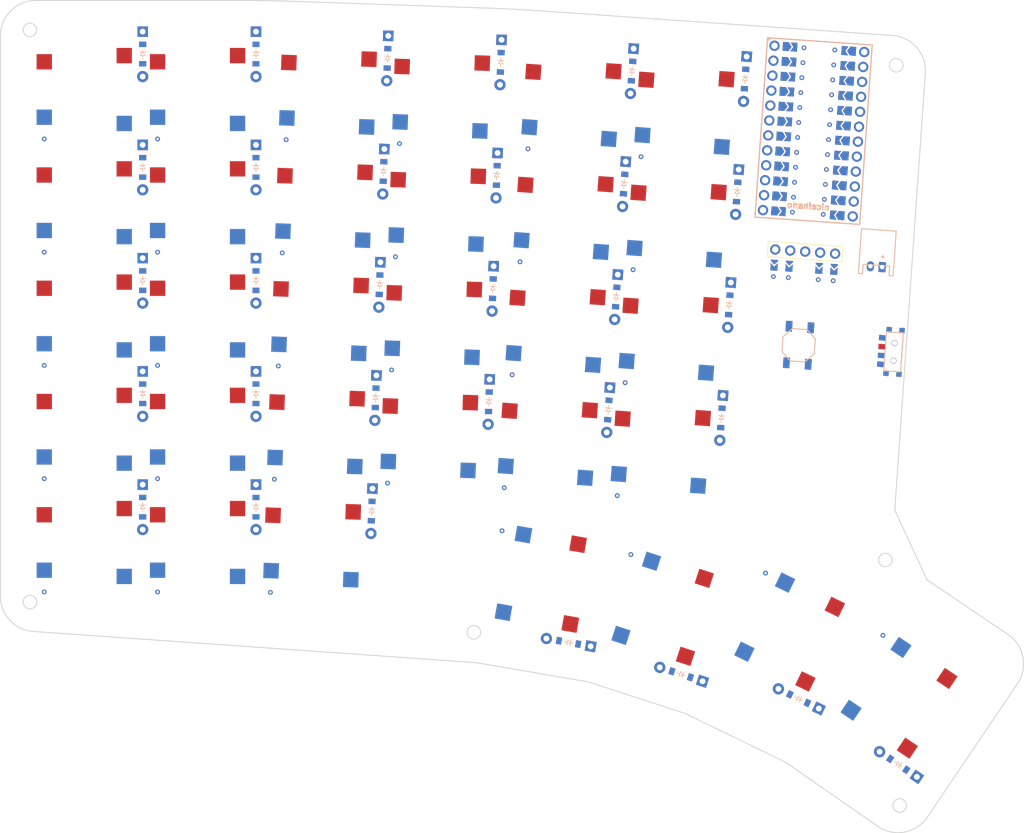
<source format=kicad_pcb>
(kicad_pcb (version 20171130) (host pcbnew 5.1.6)
  (title_block (title "janus") (rev "v1.0.0") (company "Unknown"))
  (layers (0 F.Cu signal) (31 B.Cu signal) (34 B.Paste user) (35 F.Paste user) (36 B.SilkS user) (37 F.SilkS user) (38 B.Mask user) (39 F.Mask user) (44 Edge.Cuts user))
  (net 0 "")
  (net 1 "P15")
  (net 2 "outer_mod")
  (net 3 "outer_bottom")
  (net 4 "outer_home")
  (net 5 "outer_top")
  (net 6 "outer_number")
  (net 7 "P14")
  (net 8 "pinky_mod")
  (net 9 "pinky_bottom")
  (net 10 "pinky_home")
  (net 11 "pinky_top")
  (net 12 "pinky_number")
  (net 13 "P16")
  (net 14 "ring_mod")
  (net 15 "ring_bottom")
  (net 16 "ring_home")
  (net 17 "ring_top")
  (net 18 "ring_number")
  (net 19 "P10")
  (net 20 "middle_bottom")
  (net 21 "middle_home")
  (net 22 "middle_top")
  (net 23 "middle_number")
  (net 24 "P19")
  (net 25 "index_bottom")
  (net 26 "index_home")
  (net 27 "index_top")
  (net 28 "index_number")
  (net 29 "P20")
  (net 30 "inner_bottom")
  (net 31 "inner_home")
  (net 32 "inner_top")
  (net 33 "inner_number")
  (net 34 "mod_cluster")
  (net 35 "inner_cluster")
  (net 36 "home_cluster")
  (net 37 "P18")
  (net 38 "outer_cluster")
  (net 39 "P9")
  (net 40 "P8")
  (net 41 "P7")
  (net 42 "P6")
  (net 43 "P5")
  (net 44 "RAW")
  (net 45 "GND")
  (net 46 "RST")
  (net 47 "VCC")
  (net 48 "P21")
  (net 49 "P1")
  (net 50 "P0")
  (net 51 "P2")
  (net 52 "P3")
  (net 53 "P4")
  (net 54 "BPOS")
  (module gateron-ks27 (layer "F.Cu") (at 50 150 0)
    (fp_text reference "S1" hide)
    (fp_text value "ks27" hide)
    (pad "" np_thru_hole circle (at 0 0) (size 5 5) (drill 5) (layers *.Cu *.Mask))
    (pad "1" thru_hole circle (at -7.675 8.382 180) (size 0.8 0.8) (drill 0.4) (layers *.Cu) (net 1 "P15"))
    (pad "" np_thru_hole circle (at -4.4 4.7) (size 3 3) (drill 3) (layers *.Cu *.Mask))
    (pad "" np_thru_hole circle (at 2.6 5.75) (size 3 3) (drill 3) (layers *.Cu *.Mask))
    (pad "" np_thru_hole circle (at -4.4 -4.7) (size 3 3) (drill 3) (layers *.Cu *.Mask))
    (pad "" np_thru_hole circle (at 2.6 -5.75) (size 3 3) (drill 3) (layers *.Cu *.Mask))
    (pad "1" smd rect (at -7.675 4.7 0) (size 2.6 2.6) (layers B.Cu B.Paste B.Mask) (net 1 "P15"))
    (pad "2" smd rect (at 5.875 5.75 0) (size 2.6 2.6) (layers B.Cu B.Paste B.Mask) (net 2 "outer_mod"))
    (pad "1" smd rect (at -7.675 -4.7 0) (size 2.6 2.6) (layers F.Cu F.Paste F.Mask) (net 1 "P15"))
    (pad "2" smd rect (at 5.875 -5.75 0) (size 2.6 2.6) (layers F.Cu F.Paste F.Mask) (net 2 "outer_mod"))
  )
  (module gateron-ks27 (layer "F.Cu") (at 50 130.8 0)
    (fp_text reference "S2" hide)
    (fp_text value "ks27" hide)
    (pad "" np_thru_hole circle (at 0 0) (size 5 5) (drill 5) (layers *.Cu *.Mask))
    (pad "1" thru_hole circle (at -7.675 8.382 180) (size 0.8 0.8) (drill 0.4) (layers *.Cu) (net 1 "P15"))
    (pad "" np_thru_hole circle (at -4.4 4.7) (size 3 3) (drill 3) (layers *.Cu *.Mask))
    (pad "" np_thru_hole circle (at 2.6 5.75) (size 3 3) (drill 3) (layers *.Cu *.Mask))
    (pad "" np_thru_hole circle (at -4.4 -4.7) (size 3 3) (drill 3) (layers *.Cu *.Mask))
    (pad "" np_thru_hole circle (at 2.6 -5.75) (size 3 3) (drill 3) (layers *.Cu *.Mask))
    (pad "1" smd rect (at -7.675 4.7 0) (size 2.6 2.6) (layers B.Cu B.Paste B.Mask) (net 1 "P15"))
    (pad "2" smd rect (at 5.875 5.75 0) (size 2.6 2.6) (layers B.Cu B.Paste B.Mask) (net 3 "outer_bottom"))
    (pad "1" smd rect (at -7.675 -4.7 0) (size 2.6 2.6) (layers F.Cu F.Paste F.Mask) (net 1 "P15"))
    (pad "2" smd rect (at 5.875 -5.75 0) (size 2.6 2.6) (layers F.Cu F.Paste F.Mask) (net 3 "outer_bottom"))
  )
  (module gateron-ks27 (layer "F.Cu") (at 50 111.60000000000001 0)
    (fp_text reference "S3" hide)
    (fp_text value "ks27" hide)
    (pad "" np_thru_hole circle (at 0 0) (size 5 5) (drill 5) (layers *.Cu *.Mask))
    (pad "1" thru_hole circle (at -7.675 8.382 180) (size 0.8 0.8) (drill 0.4) (layers *.Cu) (net 1 "P15"))
    (pad "" np_thru_hole circle (at -4.4 4.7) (size 3 3) (drill 3) (layers *.Cu *.Mask))
    (pad "" np_thru_hole circle (at 2.6 5.75) (size 3 3) (drill 3) (layers *.Cu *.Mask))
    (pad "" np_thru_hole circle (at -4.4 -4.7) (size 3 3) (drill 3) (layers *.Cu *.Mask))
    (pad "" np_thru_hole circle (at 2.6 -5.75) (size 3 3) (drill 3) (layers *.Cu *.Mask))
    (pad "1" smd rect (at -7.675 4.7 0) (size 2.6 2.6) (layers B.Cu B.Paste B.Mask) (net 1 "P15"))
    (pad "2" smd rect (at 5.875 5.75 0) (size 2.6 2.6) (layers B.Cu B.Paste B.Mask) (net 4 "outer_home"))
    (pad "1" smd rect (at -7.675 -4.7 0) (size 2.6 2.6) (layers F.Cu F.Paste F.Mask) (net 1 "P15"))
    (pad "2" smd rect (at 5.875 -5.75 0) (size 2.6 2.6) (layers F.Cu F.Paste F.Mask) (net 4 "outer_home"))
  )
  (module gateron-ks27 (layer "F.Cu") (at 50 92.4 0)
    (fp_text reference "S4" hide)
    (fp_text value "ks27" hide)
    (pad "" np_thru_hole circle (at 0 0) (size 5 5) (drill 5) (layers *.Cu *.Mask))
    (pad "1" thru_hole circle (at -7.675 8.382 180) (size 0.8 0.8) (drill 0.4) (layers *.Cu) (net 1 "P15"))
    (pad "" np_thru_hole circle (at -4.4 4.7) (size 3 3) (drill 3) (layers *.Cu *.Mask))
    (pad "" np_thru_hole circle (at 2.6 5.75) (size 3 3) (drill 3) (layers *.Cu *.Mask))
    (pad "" np_thru_hole circle (at -4.4 -4.7) (size 3 3) (drill 3) (layers *.Cu *.Mask))
    (pad "" np_thru_hole circle (at 2.6 -5.75) (size 3 3) (drill 3) (layers *.Cu *.Mask))
    (pad "1" smd rect (at -7.675 4.7 0) (size 2.6 2.6) (layers B.Cu B.Paste B.Mask) (net 1 "P15"))
    (pad "2" smd rect (at 5.875 5.75 0) (size 2.6 2.6) (layers B.Cu B.Paste B.Mask) (net 5 "outer_top"))
    (pad "1" smd rect (at -7.675 -4.7 0) (size 2.6 2.6) (layers F.Cu F.Paste F.Mask) (net 1 "P15"))
    (pad "2" smd rect (at 5.875 -5.75 0) (size 2.6 2.6) (layers F.Cu F.Paste F.Mask) (net 5 "outer_top"))
  )
  (module gateron-ks27 (layer "F.Cu") (at 50 73.2 0)
    (fp_text reference "S5" hide)
    (fp_text value "ks27" hide)
    (pad "" np_thru_hole circle (at 0 0) (size 5 5) (drill 5) (layers *.Cu *.Mask))
    (pad "1" thru_hole circle (at -7.675 8.382 180) (size 0.8 0.8) (drill 0.4) (layers *.Cu) (net 1 "P15"))
    (pad "" np_thru_hole circle (at -4.4 4.7) (size 3 3) (drill 3) (layers *.Cu *.Mask))
    (pad "" np_thru_hole circle (at 2.6 5.75) (size 3 3) (drill 3) (layers *.Cu *.Mask))
    (pad "" np_thru_hole circle (at -4.4 -4.7) (size 3 3) (drill 3) (layers *.Cu *.Mask))
    (pad "" np_thru_hole circle (at 2.6 -5.75) (size 3 3) (drill 3) (layers *.Cu *.Mask))
    (pad "1" smd rect (at -7.675 4.7 0) (size 2.6 2.6) (layers B.Cu B.Paste B.Mask) (net 1 "P15"))
    (pad "2" smd rect (at 5.875 5.75 0) (size 2.6 2.6) (layers B.Cu B.Paste B.Mask) (net 6 "outer_number"))
    (pad "1" smd rect (at -7.675 -4.7 0) (size 2.6 2.6) (layers F.Cu F.Paste F.Mask) (net 1 "P15"))
    (pad "2" smd rect (at 5.875 -5.75 0) (size 2.6 2.6) (layers F.Cu F.Paste F.Mask) (net 6 "outer_number"))
  )
  (module gateron-ks27 (layer "F.Cu") (at 69.2 150 0)
    (fp_text reference "S6" hide)
    (fp_text value "ks27" hide)
    (pad "" np_thru_hole circle (at 0 0) (size 5 5) (drill 5) (layers *.Cu *.Mask))
    (pad "1" thru_hole circle (at -7.675 8.382 180) (size 0.8 0.8) (drill 0.4) (layers *.Cu) (net 7 "P14"))
    (pad "" np_thru_hole circle (at -4.4 4.7) (size 3 3) (drill 3) (layers *.Cu *.Mask))
    (pad "" np_thru_hole circle (at 2.6 5.75) (size 3 3) (drill 3) (layers *.Cu *.Mask))
    (pad "" np_thru_hole circle (at -4.4 -4.7) (size 3 3) (drill 3) (layers *.Cu *.Mask))
    (pad "" np_thru_hole circle (at 2.6 -5.75) (size 3 3) (drill 3) (layers *.Cu *.Mask))
    (pad "1" smd rect (at -7.675 4.7 0) (size 2.6 2.6) (layers B.Cu B.Paste B.Mask) (net 7 "P14"))
    (pad "2" smd rect (at 5.875 5.75 0) (size 2.6 2.6) (layers B.Cu B.Paste B.Mask) (net 8 "pinky_mod"))
    (pad "1" smd rect (at -7.675 -4.7 0) (size 2.6 2.6) (layers F.Cu F.Paste F.Mask) (net 7 "P14"))
    (pad "2" smd rect (at 5.875 -5.75 0) (size 2.6 2.6) (layers F.Cu F.Paste F.Mask) (net 8 "pinky_mod"))
  )
  (module gateron-ks27 (layer "F.Cu") (at 69.2 130.8 0)
    (fp_text reference "S7" hide)
    (fp_text value "ks27" hide)
    (pad "" np_thru_hole circle (at 0 0) (size 5 5) (drill 5) (layers *.Cu *.Mask))
    (pad "1" thru_hole circle (at -7.675 8.382 180) (size 0.8 0.8) (drill 0.4) (layers *.Cu) (net 7 "P14"))
    (pad "" np_thru_hole circle (at -4.4 4.7) (size 3 3) (drill 3) (layers *.Cu *.Mask))
    (pad "" np_thru_hole circle (at 2.6 5.75) (size 3 3) (drill 3) (layers *.Cu *.Mask))
    (pad "" np_thru_hole circle (at -4.4 -4.7) (size 3 3) (drill 3) (layers *.Cu *.Mask))
    (pad "" np_thru_hole circle (at 2.6 -5.75) (size 3 3) (drill 3) (layers *.Cu *.Mask))
    (pad "1" smd rect (at -7.675 4.7 0) (size 2.6 2.6) (layers B.Cu B.Paste B.Mask) (net 7 "P14"))
    (pad "2" smd rect (at 5.875 5.75 0) (size 2.6 2.6) (layers B.Cu B.Paste B.Mask) (net 9 "pinky_bottom"))
    (pad "1" smd rect (at -7.675 -4.7 0) (size 2.6 2.6) (layers F.Cu F.Paste F.Mask) (net 7 "P14"))
    (pad "2" smd rect (at 5.875 -5.75 0) (size 2.6 2.6) (layers F.Cu F.Paste F.Mask) (net 9 "pinky_bottom"))
  )
  (module gateron-ks27 (layer "F.Cu") (at 69.2 111.60000000000001 0)
    (fp_text reference "S8" hide)
    (fp_text value "ks27" hide)
    (pad "" np_thru_hole circle (at 0 0) (size 5 5) (drill 5) (layers *.Cu *.Mask))
    (pad "1" thru_hole circle (at -7.675 8.382 180) (size 0.8 0.8) (drill 0.4) (layers *.Cu) (net 7 "P14"))
    (pad "" np_thru_hole circle (at -4.4 4.7) (size 3 3) (drill 3) (layers *.Cu *.Mask))
    (pad "" np_thru_hole circle (at 2.6 5.75) (size 3 3) (drill 3) (layers *.Cu *.Mask))
    (pad "" np_thru_hole circle (at -4.4 -4.7) (size 3 3) (drill 3) (layers *.Cu *.Mask))
    (pad "" np_thru_hole circle (at 2.6 -5.75) (size 3 3) (drill 3) (layers *.Cu *.Mask))
    (pad "1" smd rect (at -7.675 4.7 0) (size 2.6 2.6) (layers B.Cu B.Paste B.Mask) (net 7 "P14"))
    (pad "2" smd rect (at 5.875 5.75 0) (size 2.6 2.6) (layers B.Cu B.Paste B.Mask) (net 10 "pinky_home"))
    (pad "1" smd rect (at -7.675 -4.7 0) (size 2.6 2.6) (layers F.Cu F.Paste F.Mask) (net 7 "P14"))
    (pad "2" smd rect (at 5.875 -5.75 0) (size 2.6 2.6) (layers F.Cu F.Paste F.Mask) (net 10 "pinky_home"))
  )
  (module gateron-ks27 (layer "F.Cu") (at 69.2 92.4 0)
    (fp_text reference "S9" hide)
    (fp_text value "ks27" hide)
    (pad "" np_thru_hole circle (at 0 0) (size 5 5) (drill 5) (layers *.Cu *.Mask))
    (pad "1" thru_hole circle (at -7.675 8.382 180) (size 0.8 0.8) (drill 0.4) (layers *.Cu) (net 7 "P14"))
    (pad "" np_thru_hole circle (at -4.4 4.7) (size 3 3) (drill 3) (layers *.Cu *.Mask))
    (pad "" np_thru_hole circle (at 2.6 5.75) (size 3 3) (drill 3) (layers *.Cu *.Mask))
    (pad "" np_thru_hole circle (at -4.4 -4.7) (size 3 3) (drill 3) (layers *.Cu *.Mask))
    (pad "" np_thru_hole circle (at 2.6 -5.75) (size 3 3) (drill 3) (layers *.Cu *.Mask))
    (pad "1" smd rect (at -7.675 4.7 0) (size 2.6 2.6) (layers B.Cu B.Paste B.Mask) (net 7 "P14"))
    (pad "2" smd rect (at 5.875 5.75 0) (size 2.6 2.6) (layers B.Cu B.Paste B.Mask) (net 11 "pinky_top"))
    (pad "1" smd rect (at -7.675 -4.7 0) (size 2.6 2.6) (layers F.Cu F.Paste F.Mask) (net 7 "P14"))
    (pad "2" smd rect (at 5.875 -5.75 0) (size 2.6 2.6) (layers F.Cu F.Paste F.Mask) (net 11 "pinky_top"))
  )
  (module gateron-ks27 (layer "F.Cu") (at 69.2 73.2 0)
    (fp_text reference "S10" hide)
    (fp_text value "ks27" hide)
    (pad "" np_thru_hole circle (at 0 0) (size 5 5) (drill 5) (layers *.Cu *.Mask))
    (pad "1" thru_hole circle (at -7.675 8.382 180) (size 0.8 0.8) (drill 0.4) (layers *.Cu) (net 7 "P14"))
    (pad "" np_thru_hole circle (at -4.4 4.7) (size 3 3) (drill 3) (layers *.Cu *.Mask))
    (pad "" np_thru_hole circle (at 2.6 5.75) (size 3 3) (drill 3) (layers *.Cu *.Mask))
    (pad "" np_thru_hole circle (at -4.4 -4.7) (size 3 3) (drill 3) (layers *.Cu *.Mask))
    (pad "" np_thru_hole circle (at 2.6 -5.75) (size 3 3) (drill 3) (layers *.Cu *.Mask))
    (pad "1" smd rect (at -7.675 4.7 0) (size 2.6 2.6) (layers B.Cu B.Paste B.Mask) (net 7 "P14"))
    (pad "2" smd rect (at 5.875 5.75 0) (size 2.6 2.6) (layers B.Cu B.Paste B.Mask) (net 12 "pinky_number"))
    (pad "1" smd rect (at -7.675 -4.7 0) (size 2.6 2.6) (layers F.Cu F.Paste F.Mask) (net 7 "P14"))
    (pad "2" smd rect (at 5.875 -5.75 0) (size 2.6 2.6) (layers F.Cu F.Paste F.Mask) (net 12 "pinky_number"))
  )
  (module gateron-ks27 (layer "F.Cu") (at 88.6 150.35 -2)
    (fp_text reference "S11" hide)
    (fp_text value "ks27" hide)
    (pad "" np_thru_hole circle (at 0 0) (size 5 5) (drill 5) (layers *.Cu *.Mask))
    (pad "1" thru_hole circle (at -7.675 8.382 180) (size 0.8 0.8) (drill 0.4) (layers *.Cu) (net 13 "P16"))
    (pad "" np_thru_hole circle (at -4.4 4.7) (size 3 3) (drill 3) (layers *.Cu *.Mask))
    (pad "" np_thru_hole circle (at 2.6 5.75) (size 3 3) (drill 3) (layers *.Cu *.Mask))
    (pad "" np_thru_hole circle (at -4.4 -4.7) (size 3 3) (drill 3) (layers *.Cu *.Mask))
    (pad "" np_thru_hole circle (at 2.6 -5.75) (size 3 3) (drill 3) (layers *.Cu *.Mask))
    (pad "1" smd rect (at -7.675 4.7 -2) (size 2.6 2.6) (layers B.Cu B.Paste B.Mask) (net 13 "P16"))
    (pad "2" smd rect (at 5.875 5.75 -2) (size 2.6 2.6) (layers B.Cu B.Paste B.Mask) (net 14 "ring_mod"))
    (pad "1" smd rect (at -7.675 -4.7 -2) (size 2.6 2.6) (layers F.Cu F.Paste F.Mask) (net 13 "P16"))
    (pad "2" smd rect (at 5.875 -5.75 -2) (size 2.6 2.6) (layers F.Cu F.Paste F.Mask) (net 14 "ring_mod"))
  )
  (module gateron-ks27 (layer "F.Cu") (at 89.2700703 131.1616961 -2)
    (fp_text reference "S12" hide)
    (fp_text value "ks27" hide)
    (pad "" np_thru_hole circle (at 0 0) (size 5 5) (drill 5) (layers *.Cu *.Mask))
    (pad "1" thru_hole circle (at -7.675 8.382 180) (size 0.8 0.8) (drill 0.4) (layers *.Cu) (net 13 "P16"))
    (pad "" np_thru_hole circle (at -4.4 4.7) (size 3 3) (drill 3) (layers *.Cu *.Mask))
    (pad "" np_thru_hole circle (at 2.6 5.75) (size 3 3) (drill 3) (layers *.Cu *.Mask))
    (pad "" np_thru_hole circle (at -4.4 -4.7) (size 3 3) (drill 3) (layers *.Cu *.Mask))
    (pad "" np_thru_hole circle (at 2.6 -5.75) (size 3 3) (drill 3) (layers *.Cu *.Mask))
    (pad "1" smd rect (at -7.675 4.7 -2) (size 2.6 2.6) (layers B.Cu B.Paste B.Mask) (net 13 "P16"))
    (pad "2" smd rect (at 5.875 5.75 -2) (size 2.6 2.6) (layers B.Cu B.Paste B.Mask) (net 15 "ring_bottom"))
    (pad "1" smd rect (at -7.675 -4.7 -2) (size 2.6 2.6) (layers F.Cu F.Paste F.Mask) (net 13 "P16"))
    (pad "2" smd rect (at 5.875 -5.75 -2) (size 2.6 2.6) (layers F.Cu F.Paste F.Mask) (net 15 "ring_bottom"))
  )
  (module gateron-ks27 (layer "F.Cu") (at 89.9401406 111.9733922 -2)
    (fp_text reference "S13" hide)
    (fp_text value "ks27" hide)
    (pad "" np_thru_hole circle (at 0 0) (size 5 5) (drill 5) (layers *.Cu *.Mask))
    (pad "1" thru_hole circle (at -7.675 8.382 180) (size 0.8 0.8) (drill 0.4) (layers *.Cu) (net 13 "P16"))
    (pad "" np_thru_hole circle (at -4.4 4.7) (size 3 3) (drill 3) (layers *.Cu *.Mask))
    (pad "" np_thru_hole circle (at 2.6 5.75) (size 3 3) (drill 3) (layers *.Cu *.Mask))
    (pad "" np_thru_hole circle (at -4.4 -4.7) (size 3 3) (drill 3) (layers *.Cu *.Mask))
    (pad "" np_thru_hole circle (at 2.6 -5.75) (size 3 3) (drill 3) (layers *.Cu *.Mask))
    (pad "1" smd rect (at -7.675 4.7 -2) (size 2.6 2.6) (layers B.Cu B.Paste B.Mask) (net 13 "P16"))
    (pad "2" smd rect (at 5.875 5.75 -2) (size 2.6 2.6) (layers B.Cu B.Paste B.Mask) (net 16 "ring_home"))
    (pad "1" smd rect (at -7.675 -4.7 -2) (size 2.6 2.6) (layers F.Cu F.Paste F.Mask) (net 13 "P16"))
    (pad "2" smd rect (at 5.875 -5.75 -2) (size 2.6 2.6) (layers F.Cu F.Paste F.Mask) (net 16 "ring_home"))
  )
  (module gateron-ks27 (layer "F.Cu") (at 90.61021090000001 92.78508830000001 -2)
    (fp_text reference "S14" hide)
    (fp_text value "ks27" hide)
    (pad "" np_thru_hole circle (at 0 0) (size 5 5) (drill 5) (layers *.Cu *.Mask))
    (pad "1" thru_hole circle (at -7.675 8.382 180) (size 0.8 0.8) (drill 0.4) (layers *.Cu) (net 13 "P16"))
    (pad "" np_thru_hole circle (at -4.4 4.7) (size 3 3) (drill 3) (layers *.Cu *.Mask))
    (pad "" np_thru_hole circle (at 2.6 5.75) (size 3 3) (drill 3) (layers *.Cu *.Mask))
    (pad "" np_thru_hole circle (at -4.4 -4.7) (size 3 3) (drill 3) (layers *.Cu *.Mask))
    (pad "" np_thru_hole circle (at 2.6 -5.75) (size 3 3) (drill 3) (layers *.Cu *.Mask))
    (pad "1" smd rect (at -7.675 4.7 -2) (size 2.6 2.6) (layers B.Cu B.Paste B.Mask) (net 13 "P16"))
    (pad "2" smd rect (at 5.875 5.75 -2) (size 2.6 2.6) (layers B.Cu B.Paste B.Mask) (net 17 "ring_top"))
    (pad "1" smd rect (at -7.675 -4.7 -2) (size 2.6 2.6) (layers F.Cu F.Paste F.Mask) (net 13 "P16"))
    (pad "2" smd rect (at 5.875 -5.75 -2) (size 2.6 2.6) (layers F.Cu F.Paste F.Mask) (net 17 "ring_top"))
  )
  (module gateron-ks27 (layer "F.Cu") (at 91.28028120000002 73.59678440000002 -2)
    (fp_text reference "S15" hide)
    (fp_text value "ks27" hide)
    (pad "" np_thru_hole circle (at 0 0) (size 5 5) (drill 5) (layers *.Cu *.Mask))
    (pad "1" thru_hole circle (at -7.675 8.382 180) (size 0.8 0.8) (drill 0.4) (layers *.Cu) (net 13 "P16"))
    (pad "" np_thru_hole circle (at -4.4 4.7) (size 3 3) (drill 3) (layers *.Cu *.Mask))
    (pad "" np_thru_hole circle (at 2.6 5.75) (size 3 3) (drill 3) (layers *.Cu *.Mask))
    (pad "" np_thru_hole circle (at -4.4 -4.7) (size 3 3) (drill 3) (layers *.Cu *.Mask))
    (pad "" np_thru_hole circle (at 2.6 -5.75) (size 3 3) (drill 3) (layers *.Cu *.Mask))
    (pad "1" smd rect (at -7.675 4.7 -2) (size 2.6 2.6) (layers B.Cu B.Paste B.Mask) (net 13 "P16"))
    (pad "2" smd rect (at 5.875 5.75 -2) (size 2.6 2.6) (layers B.Cu B.Paste B.Mask) (net 18 "ring_number"))
    (pad "1" smd rect (at -7.675 -4.7 -2) (size 2.6 2.6) (layers F.Cu F.Paste F.Mask) (net 13 "P16"))
    (pad "2" smd rect (at 5.875 -5.75 -2) (size 2.6 2.6) (layers F.Cu F.Paste F.Mask) (net 18 "ring_number"))
  )
  (module gateron-ks27 (layer "F.Cu") (at 108.4583742 131.8317664 -2)
    (fp_text reference "S16" hide)
    (fp_text value "ks27" hide)
    (pad "" np_thru_hole circle (at 0 0) (size 5 5) (drill 5) (layers *.Cu *.Mask))
    (pad "1" thru_hole circle (at -7.675 8.382 180) (size 0.8 0.8) (drill 0.4) (layers *.Cu) (net 19 "P10"))
    (pad "" np_thru_hole circle (at -4.4 4.7) (size 3 3) (drill 3) (layers *.Cu *.Mask))
    (pad "" np_thru_hole circle (at 2.6 5.75) (size 3 3) (drill 3) (layers *.Cu *.Mask))
    (pad "" np_thru_hole circle (at -4.4 -4.7) (size 3 3) (drill 3) (layers *.Cu *.Mask))
    (pad "" np_thru_hole circle (at 2.6 -5.75) (size 3 3) (drill 3) (layers *.Cu *.Mask))
    (pad "1" smd rect (at -7.675 4.7 -2) (size 2.6 2.6) (layers B.Cu B.Paste B.Mask) (net 19 "P10"))
    (pad "2" smd rect (at 5.875 5.75 -2) (size 2.6 2.6) (layers B.Cu B.Paste B.Mask) (net 20 "middle_bottom"))
    (pad "1" smd rect (at -7.675 -4.7 -2) (size 2.6 2.6) (layers F.Cu F.Paste F.Mask) (net 19 "P10"))
    (pad "2" smd rect (at 5.875 -5.75 -2) (size 2.6 2.6) (layers F.Cu F.Paste F.Mask) (net 20 "middle_bottom"))
  )
  (module gateron-ks27 (layer "F.Cu") (at 109.1284445 112.6434625 -2)
    (fp_text reference "S17" hide)
    (fp_text value "ks27" hide)
    (pad "" np_thru_hole circle (at 0 0) (size 5 5) (drill 5) (layers *.Cu *.Mask))
    (pad "1" thru_hole circle (at -7.675 8.382 180) (size 0.8 0.8) (drill 0.4) (layers *.Cu) (net 19 "P10"))
    (pad "" np_thru_hole circle (at -4.4 4.7) (size 3 3) (drill 3) (layers *.Cu *.Mask))
    (pad "" np_thru_hole circle (at 2.6 5.75) (size 3 3) (drill 3) (layers *.Cu *.Mask))
    (pad "" np_thru_hole circle (at -4.4 -4.7) (size 3 3) (drill 3) (layers *.Cu *.Mask))
    (pad "" np_thru_hole circle (at 2.6 -5.75) (size 3 3) (drill 3) (layers *.Cu *.Mask))
    (pad "1" smd rect (at -7.675 4.7 -2) (size 2.6 2.6) (layers B.Cu B.Paste B.Mask) (net 19 "P10"))
    (pad "2" smd rect (at 5.875 5.75 -2) (size 2.6 2.6) (layers B.Cu B.Paste B.Mask) (net 21 "middle_home"))
    (pad "1" smd rect (at -7.675 -4.7 -2) (size 2.6 2.6) (layers F.Cu F.Paste F.Mask) (net 19 "P10"))
    (pad "2" smd rect (at 5.875 -5.75 -2) (size 2.6 2.6) (layers F.Cu F.Paste F.Mask) (net 21 "middle_home"))
  )
  (module gateron-ks27 (layer "F.Cu") (at 109.7985148 93.4551586 -2)
    (fp_text reference "S18" hide)
    (fp_text value "ks27" hide)
    (pad "" np_thru_hole circle (at 0 0) (size 5 5) (drill 5) (layers *.Cu *.Mask))
    (pad "1" thru_hole circle (at -7.675 8.382 180) (size 0.8 0.8) (drill 0.4) (layers *.Cu) (net 19 "P10"))
    (pad "" np_thru_hole circle (at -4.4 4.7) (size 3 3) (drill 3) (layers *.Cu *.Mask))
    (pad "" np_thru_hole circle (at 2.6 5.75) (size 3 3) (drill 3) (layers *.Cu *.Mask))
    (pad "" np_thru_hole circle (at -4.4 -4.7) (size 3 3) (drill 3) (layers *.Cu *.Mask))
    (pad "" np_thru_hole circle (at 2.6 -5.75) (size 3 3) (drill 3) (layers *.Cu *.Mask))
    (pad "1" smd rect (at -7.675 4.7 -2) (size 2.6 2.6) (layers B.Cu B.Paste B.Mask) (net 19 "P10"))
    (pad "2" smd rect (at 5.875 5.75 -2) (size 2.6 2.6) (layers B.Cu B.Paste B.Mask) (net 22 "middle_top"))
    (pad "1" smd rect (at -7.675 -4.7 -2) (size 2.6 2.6) (layers F.Cu F.Paste F.Mask) (net 19 "P10"))
    (pad "2" smd rect (at 5.875 -5.75 -2) (size 2.6 2.6) (layers F.Cu F.Paste F.Mask) (net 22 "middle_top"))
  )
  (module gateron-ks27 (layer "F.Cu") (at 110.46858510000001 74.26685470000001 -2)
    (fp_text reference "S19" hide)
    (fp_text value "ks27" hide)
    (pad "" np_thru_hole circle (at 0 0) (size 5 5) (drill 5) (layers *.Cu *.Mask))
    (pad "1" thru_hole circle (at -7.675 8.382 180) (size 0.8 0.8) (drill 0.4) (layers *.Cu) (net 19 "P10"))
    (pad "" np_thru_hole circle (at -4.4 4.7) (size 3 3) (drill 3) (layers *.Cu *.Mask))
    (pad "" np_thru_hole circle (at 2.6 5.75) (size 3 3) (drill 3) (layers *.Cu *.Mask))
    (pad "" np_thru_hole circle (at -4.4 -4.7) (size 3 3) (drill 3) (layers *.Cu *.Mask))
    (pad "" np_thru_hole circle (at 2.6 -5.75) (size 3 3) (drill 3) (layers *.Cu *.Mask))
    (pad "1" smd rect (at -7.675 4.7 -2) (size 2.6 2.6) (layers B.Cu B.Paste B.Mask) (net 19 "P10"))
    (pad "2" smd rect (at 5.875 5.75 -2) (size 2.6 2.6) (layers B.Cu B.Paste B.Mask) (net 23 "middle_number"))
    (pad "1" smd rect (at -7.675 -4.7 -2) (size 2.6 2.6) (layers F.Cu F.Paste F.Mask) (net 19 "P10"))
    (pad "2" smd rect (at 5.875 -5.75 -2) (size 2.6 2.6) (layers F.Cu F.Paste F.Mask) (net 23 "middle_number"))
  )
  (module gateron-ks27 (layer "F.Cu") (at 128.5035954 132.8936776 -4)
    (fp_text reference "S20" hide)
    (fp_text value "ks27" hide)
    (pad "" np_thru_hole circle (at 0 0) (size 5 5) (drill 5) (layers *.Cu *.Mask))
    (pad "1" thru_hole circle (at -7.675 8.382 180) (size 0.8 0.8) (drill 0.4) (layers *.Cu) (net 24 "P19"))
    (pad "" np_thru_hole circle (at -4.4 4.7) (size 3 3) (drill 3) (layers *.Cu *.Mask))
    (pad "" np_thru_hole circle (at 2.6 5.75) (size 3 3) (drill 3) (layers *.Cu *.Mask))
    (pad "" np_thru_hole circle (at -4.4 -4.7) (size 3 3) (drill 3) (layers *.Cu *.Mask))
    (pad "" np_thru_hole circle (at 2.6 -5.75) (size 3 3) (drill 3) (layers *.Cu *.Mask))
    (pad "1" smd rect (at -7.675 4.7 -4) (size 2.6 2.6) (layers B.Cu B.Paste B.Mask) (net 24 "P19"))
    (pad "2" smd rect (at 5.875 5.75 -4) (size 2.6 2.6) (layers B.Cu B.Paste B.Mask) (net 25 "index_bottom"))
    (pad "1" smd rect (at -7.675 -4.7 -4) (size 2.6 2.6) (layers F.Cu F.Paste F.Mask) (net 24 "P19"))
    (pad "2" smd rect (at 5.875 -5.75 -4) (size 2.6 2.6) (layers F.Cu F.Paste F.Mask) (net 25 "index_bottom"))
  )
  (module gateron-ks27 (layer "F.Cu") (at 129.84291969999998 113.7404478 -4)
    (fp_text reference "S21" hide)
    (fp_text value "ks27" hide)
    (pad "" np_thru_hole circle (at 0 0) (size 5 5) (drill 5) (layers *.Cu *.Mask))
    (pad "1" thru_hole circle (at -7.675 8.382 180) (size 0.8 0.8) (drill 0.4) (layers *.Cu) (net 24 "P19"))
    (pad "" np_thru_hole circle (at -4.4 4.7) (size 3 3) (drill 3) (layers *.Cu *.Mask))
    (pad "" np_thru_hole circle (at 2.6 5.75) (size 3 3) (drill 3) (layers *.Cu *.Mask))
    (pad "" np_thru_hole circle (at -4.4 -4.7) (size 3 3) (drill 3) (layers *.Cu *.Mask))
    (pad "" np_thru_hole circle (at 2.6 -5.75) (size 3 3) (drill 3) (layers *.Cu *.Mask))
    (pad "1" smd rect (at -7.675 4.7 -4) (size 2.6 2.6) (layers B.Cu B.Paste B.Mask) (net 24 "P19"))
    (pad "2" smd rect (at 5.875 5.75 -4) (size 2.6 2.6) (layers B.Cu B.Paste B.Mask) (net 26 "index_home"))
    (pad "1" smd rect (at -7.675 -4.7 -4) (size 2.6 2.6) (layers F.Cu F.Paste F.Mask) (net 24 "P19"))
    (pad "2" smd rect (at 5.875 -5.75 -4) (size 2.6 2.6) (layers F.Cu F.Paste F.Mask) (net 26 "index_home"))
  )
  (module gateron-ks27 (layer "F.Cu") (at 131.18224399999997 94.58721800000001 -4)
    (fp_text reference "S22" hide)
    (fp_text value "ks27" hide)
    (pad "" np_thru_hole circle (at 0 0) (size 5 5) (drill 5) (layers *.Cu *.Mask))
    (pad "1" thru_hole circle (at -7.675 8.382 180) (size 0.8 0.8) (drill 0.4) (layers *.Cu) (net 24 "P19"))
    (pad "" np_thru_hole circle (at -4.4 4.7) (size 3 3) (drill 3) (layers *.Cu *.Mask))
    (pad "" np_thru_hole circle (at 2.6 5.75) (size 3 3) (drill 3) (layers *.Cu *.Mask))
    (pad "" np_thru_hole circle (at -4.4 -4.7) (size 3 3) (drill 3) (layers *.Cu *.Mask))
    (pad "" np_thru_hole circle (at 2.6 -5.75) (size 3 3) (drill 3) (layers *.Cu *.Mask))
    (pad "1" smd rect (at -7.675 4.7 -4) (size 2.6 2.6) (layers B.Cu B.Paste B.Mask) (net 24 "P19"))
    (pad "2" smd rect (at 5.875 5.75 -4) (size 2.6 2.6) (layers B.Cu B.Paste B.Mask) (net 27 "index_top"))
    (pad "1" smd rect (at -7.675 -4.7 -4) (size 2.6 2.6) (layers F.Cu F.Paste F.Mask) (net 24 "P19"))
    (pad "2" smd rect (at 5.875 -5.75 -4) (size 2.6 2.6) (layers F.Cu F.Paste F.Mask) (net 27 "index_top"))
  )
  (module gateron-ks27 (layer "F.Cu") (at 132.52156829999996 75.43398820000002 -4)
    (fp_text reference "S23" hide)
    (fp_text value "ks27" hide)
    (pad "" np_thru_hole circle (at 0 0) (size 5 5) (drill 5) (layers *.Cu *.Mask))
    (pad "1" thru_hole circle (at -7.675 8.382 180) (size 0.8 0.8) (drill 0.4) (layers *.Cu) (net 24 "P19"))
    (pad "" np_thru_hole circle (at -4.4 4.7) (size 3 3) (drill 3) (layers *.Cu *.Mask))
    (pad "" np_thru_hole circle (at 2.6 5.75) (size 3 3) (drill 3) (layers *.Cu *.Mask))
    (pad "" np_thru_hole circle (at -4.4 -4.7) (size 3 3) (drill 3) (layers *.Cu *.Mask))
    (pad "" np_thru_hole circle (at 2.6 -5.75) (size 3 3) (drill 3) (layers *.Cu *.Mask))
    (pad "1" smd rect (at -7.675 4.7 -4) (size 2.6 2.6) (layers B.Cu B.Paste B.Mask) (net 24 "P19"))
    (pad "2" smd rect (at 5.875 5.75 -4) (size 2.6 2.6) (layers B.Cu B.Paste B.Mask) (net 28 "index_number"))
    (pad "1" smd rect (at -7.675 -4.7 -4) (size 2.6 2.6) (layers F.Cu F.Paste F.Mask) (net 24 "P19"))
    (pad "2" smd rect (at 5.875 -5.75 -4) (size 2.6 2.6) (layers F.Cu F.Paste F.Mask) (net 28 "index_number"))
  )
  (module gateron-ks27 (layer "F.Cu") (at 147.6568252 134.23300189999998 -4)
    (fp_text reference "S24" hide)
    (fp_text value "ks27" hide)
    (pad "" np_thru_hole circle (at 0 0) (size 5 5) (drill 5) (layers *.Cu *.Mask))
    (pad "1" thru_hole circle (at -7.675 8.382 180) (size 0.8 0.8) (drill 0.4) (layers *.Cu) (net 29 "P20"))
    (pad "" np_thru_hole circle (at -4.4 4.7) (size 3 3) (drill 3) (layers *.Cu *.Mask))
    (pad "" np_thru_hole circle (at 2.6 5.75) (size 3 3) (drill 3) (layers *.Cu *.Mask))
    (pad "" np_thru_hole circle (at -4.4 -4.7) (size 3 3) (drill 3) (layers *.Cu *.Mask))
    (pad "" np_thru_hole circle (at 2.6 -5.75) (size 3 3) (drill 3) (layers *.Cu *.Mask))
    (pad "1" smd rect (at -7.675 4.7 -4) (size 2.6 2.6) (layers B.Cu B.Paste B.Mask) (net 29 "P20"))
    (pad "2" smd rect (at 5.875 5.75 -4) (size 2.6 2.6) (layers B.Cu B.Paste B.Mask) (net 30 "inner_bottom"))
    (pad "1" smd rect (at -7.675 -4.7 -4) (size 2.6 2.6) (layers F.Cu F.Paste F.Mask) (net 29 "P20"))
    (pad "2" smd rect (at 5.875 -5.75 -4) (size 2.6 2.6) (layers F.Cu F.Paste F.Mask) (net 30 "inner_bottom"))
  )
  (module gateron-ks27 (layer "F.Cu") (at 148.99614949999997 115.07977209999999 -4)
    (fp_text reference "S25" hide)
    (fp_text value "ks27" hide)
    (pad "" np_thru_hole circle (at 0 0) (size 5 5) (drill 5) (layers *.Cu *.Mask))
    (pad "1" thru_hole circle (at -7.675 8.382 180) (size 0.8 0.8) (drill 0.4) (layers *.Cu) (net 29 "P20"))
    (pad "" np_thru_hole circle (at -4.4 4.7) (size 3 3) (drill 3) (layers *.Cu *.Mask))
    (pad "" np_thru_hole circle (at 2.6 5.75) (size 3 3) (drill 3) (layers *.Cu *.Mask))
    (pad "" np_thru_hole circle (at -4.4 -4.7) (size 3 3) (drill 3) (layers *.Cu *.Mask))
    (pad "" np_thru_hole circle (at 2.6 -5.75) (size 3 3) (drill 3) (layers *.Cu *.Mask))
    (pad "1" smd rect (at -7.675 4.7 -4) (size 2.6 2.6) (layers B.Cu B.Paste B.Mask) (net 29 "P20"))
    (pad "2" smd rect (at 5.875 5.75 -4) (size 2.6 2.6) (layers B.Cu B.Paste B.Mask) (net 31 "inner_home"))
    (pad "1" smd rect (at -7.675 -4.7 -4) (size 2.6 2.6) (layers F.Cu F.Paste F.Mask) (net 29 "P20"))
    (pad "2" smd rect (at 5.875 -5.75 -4) (size 2.6 2.6) (layers F.Cu F.Paste F.Mask) (net 31 "inner_home"))
  )
  (module gateron-ks27 (layer "F.Cu") (at 150.33547379999996 95.9265423 -4)
    (fp_text reference "S26" hide)
    (fp_text value "ks27" hide)
    (pad "" np_thru_hole circle (at 0 0) (size 5 5) (drill 5) (layers *.Cu *.Mask))
    (pad "1" thru_hole circle (at -7.675 8.382 180) (size 0.8 0.8) (drill 0.4) (layers *.Cu) (net 29 "P20"))
    (pad "" np_thru_hole circle (at -4.4 4.7) (size 3 3) (drill 3) (layers *.Cu *.Mask))
    (pad "" np_thru_hole circle (at 2.6 5.75) (size 3 3) (drill 3) (layers *.Cu *.Mask))
    (pad "" np_thru_hole circle (at -4.4 -4.7) (size 3 3) (drill 3) (layers *.Cu *.Mask))
    (pad "" np_thru_hole circle (at 2.6 -5.75) (size 3 3) (drill 3) (layers *.Cu *.Mask))
    (pad "1" smd rect (at -7.675 4.7 -4) (size 2.6 2.6) (layers B.Cu B.Paste B.Mask) (net 29 "P20"))
    (pad "2" smd rect (at 5.875 5.75 -4) (size 2.6 2.6) (layers B.Cu B.Paste B.Mask) (net 32 "inner_top"))
    (pad "1" smd rect (at -7.675 -4.7 -4) (size 2.6 2.6) (layers F.Cu F.Paste F.Mask) (net 29 "P20"))
    (pad "2" smd rect (at 5.875 -5.75 -4) (size 2.6 2.6) (layers F.Cu F.Paste F.Mask) (net 32 "inner_top"))
  )
  (module gateron-ks27 (layer "F.Cu") (at 151.67479809999995 76.7733125 -4)
    (fp_text reference "S27" hide)
    (fp_text value "ks27" hide)
    (pad "" np_thru_hole circle (at 0 0) (size 5 5) (drill 5) (layers *.Cu *.Mask))
    (pad "1" thru_hole circle (at -7.675 8.382 180) (size 0.8 0.8) (drill 0.4) (layers *.Cu) (net 29 "P20"))
    (pad "" np_thru_hole circle (at -4.4 4.7) (size 3 3) (drill 3) (layers *.Cu *.Mask))
    (pad "" np_thru_hole circle (at 2.6 5.75) (size 3 3) (drill 3) (layers *.Cu *.Mask))
    (pad "" np_thru_hole circle (at -4.4 -4.7) (size 3 3) (drill 3) (layers *.Cu *.Mask))
    (pad "" np_thru_hole circle (at 2.6 -5.75) (size 3 3) (drill 3) (layers *.Cu *.Mask))
    (pad "1" smd rect (at -7.675 4.7 -4) (size 2.6 2.6) (layers B.Cu B.Paste B.Mask) (net 29 "P20"))
    (pad "2" smd rect (at 5.875 5.75 -4) (size 2.6 2.6) (layers B.Cu B.Paste B.Mask) (net 33 "inner_number"))
    (pad "1" smd rect (at -7.675 -4.7 -4) (size 2.6 2.6) (layers F.Cu F.Paste F.Mask) (net 29 "P20"))
    (pad "2" smd rect (at 5.875 -5.75 -4) (size 2.6 2.6) (layers F.Cu F.Paste F.Mask) (net 33 "inner_number"))
  )
  (module gateron-ks27 (layer "F.Cu") (at 126.81548869999999 157.0347276 -100)
    (fp_text reference "S28" hide)
    (fp_text value "ks27" hide)
    (pad "" np_thru_hole circle (at 0 0) (size 5 5) (drill 5) (layers *.Cu *.Mask))
    (pad "1" thru_hole circle (at -7.675 8.382 180) (size 0.8 0.8) (drill 0.4) (layers *.Cu) (net 19 "P10"))
    (pad "" np_thru_hole circle (at -4.4 4.7) (size 3 3) (drill 3) (layers *.Cu *.Mask))
    (pad "" np_thru_hole circle (at 2.6 5.75) (size 3 3) (drill 3) (layers *.Cu *.Mask))
    (pad "" np_thru_hole circle (at -4.4 -4.7) (size 3 3) (drill 3) (layers *.Cu *.Mask))
    (pad "" np_thru_hole circle (at 2.6 -5.75) (size 3 3) (drill 3) (layers *.Cu *.Mask))
    (pad "1" smd rect (at -7.675 4.7 -100) (size 2.6 2.6) (layers B.Cu B.Paste B.Mask) (net 19 "P10"))
    (pad "2" smd rect (at 5.875 5.75 -100) (size 2.6 2.6) (layers B.Cu B.Paste B.Mask) (net 34 "mod_cluster"))
    (pad "1" smd rect (at -7.675 -4.7 -100) (size 2.6 2.6) (layers F.Cu F.Paste F.Mask) (net 19 "P10"))
    (pad "2" smd rect (at 5.875 -5.75 -100) (size 2.6 2.6) (layers F.Cu F.Paste F.Mask) (net 34 "mod_cluster"))
  )
  (module gateron-ks27 (layer "F.Cu") (at 147.3168936 161.9378631 -108)
    (fp_text reference "S29" hide)
    (fp_text value "ks27" hide)
    (pad "" np_thru_hole circle (at 0 0) (size 5 5) (drill 5) (layers *.Cu *.Mask))
    (pad "1" thru_hole circle (at -7.675 8.382 180) (size 0.8 0.8) (drill 0.4) (layers *.Cu) (net 24 "P19"))
    (pad "" np_thru_hole circle (at -4.4 4.7) (size 3 3) (drill 3) (layers *.Cu *.Mask))
    (pad "" np_thru_hole circle (at 2.6 5.75) (size 3 3) (drill 3) (layers *.Cu *.Mask))
    (pad "" np_thru_hole circle (at -4.4 -4.7) (size 3 3) (drill 3) (layers *.Cu *.Mask))
    (pad "" np_thru_hole circle (at 2.6 -5.75) (size 3 3) (drill 3) (layers *.Cu *.Mask))
    (pad "1" smd rect (at -7.675 4.7 -108) (size 2.6 2.6) (layers B.Cu B.Paste B.Mask) (net 24 "P19"))
    (pad "2" smd rect (at 5.875 5.75 -108) (size 2.6 2.6) (layers B.Cu B.Paste B.Mask) (net 35 "inner_cluster"))
    (pad "1" smd rect (at -7.675 -4.7 -108) (size 2.6 2.6) (layers F.Cu F.Paste F.Mask) (net 24 "P19"))
    (pad "2" smd rect (at 5.875 -5.75 -108) (size 2.6 2.6) (layers F.Cu F.Paste F.Mask) (net 35 "inner_cluster"))
  )
  (module gateron-ks27 (layer "F.Cu") (at 168.69710529999998 165.7634587 -116)
    (fp_text reference "S30" hide)
    (fp_text value "ks27" hide)
    (pad "" np_thru_hole circle (at 0 0) (size 5 5) (drill 5) (layers *.Cu *.Mask))
    (pad "1" thru_hole circle (at -7.675 8.382 180) (size 0.8 0.8) (drill 0.4) (layers *.Cu) (net 29 "P20"))
    (pad "" np_thru_hole circle (at -4.4 4.7) (size 3 3) (drill 3) (layers *.Cu *.Mask))
    (pad "" np_thru_hole circle (at 2.6 5.75) (size 3 3) (drill 3) (layers *.Cu *.Mask))
    (pad "" np_thru_hole circle (at -4.4 -4.7) (size 3 3) (drill 3) (layers *.Cu *.Mask))
    (pad "" np_thru_hole circle (at 2.6 -5.75) (size 3 3) (drill 3) (layers *.Cu *.Mask))
    (pad "1" smd rect (at -7.675 4.7 -116) (size 2.6 2.6) (layers B.Cu B.Paste B.Mask) (net 29 "P20"))
    (pad "2" smd rect (at 5.875 5.75 -116) (size 2.6 2.6) (layers B.Cu B.Paste B.Mask) (net 36 "home_cluster"))
    (pad "1" smd rect (at -7.675 -4.7 -116) (size 2.6 2.6) (layers F.Cu F.Paste F.Mask) (net 29 "P20"))
    (pad "2" smd rect (at 5.875 -5.75 -116) (size 2.6 2.6) (layers F.Cu F.Paste F.Mask) (net 36 "home_cluster"))
  )
  (module gateron-ks27 (layer "F.Cu") (at 187.08190279999997 176.7887741 -124)
    (fp_text reference "S31" hide)
    (fp_text value "ks27" hide)
    (pad "" np_thru_hole circle (at 0 0) (size 5 5) (drill 5) (layers *.Cu *.Mask))
    (pad "1" thru_hole circle (at -7.675 8.382 180) (size 0.8 0.8) (drill 0.4) (layers *.Cu) (net 37 "P18"))
    (pad "" np_thru_hole circle (at -4.4 4.7) (size 3 3) (drill 3) (layers *.Cu *.Mask))
    (pad "" np_thru_hole circle (at 2.6 5.75) (size 3 3) (drill 3) (layers *.Cu *.Mask))
    (pad "" np_thru_hole circle (at -4.4 -4.7) (size 3 3) (drill 3) (layers *.Cu *.Mask))
    (pad "" np_thru_hole circle (at 2.6 -5.75) (size 3 3) (drill 3) (layers *.Cu *.Mask))
    (pad "1" smd rect (at -7.675 4.7 -124) (size 2.6 2.6) (layers B.Cu B.Paste B.Mask) (net 37 "P18"))
    (pad "2" smd rect (at 5.875 5.75 -124) (size 2.6 2.6) (layers B.Cu B.Paste B.Mask) (net 38 "outer_cluster"))
    (pad "1" smd rect (at -7.675 -4.7 -124) (size 2.6 2.6) (layers F.Cu F.Paste F.Mask) (net 37 "P18"))
    (pad "2" smd rect (at 5.875 -5.75 -124) (size 2.6 2.6) (layers F.Cu F.Paste F.Mask) (net 38 "outer_cluster"))
  )
  (module ComboDiode (layer F.Cu) (at 59 144 -90)
    (fp_text reference "D1" hide)
    (fp_text value "" hide)
    (pad 1 smd rect (at -1.65 0 -90) (size 0.9 1.2) (layers F.Cu F.Paste F.Mask) (net 39 "P9"))
    (pad 2 smd rect (at 1.65 0 -90) (size 0.9 1.2) (layers B.Cu B.Paste B.Mask) (net 2 "outer_mod"))
    (pad 1 smd rect (at -1.65 0 -90) (size 0.9 1.2) (layers B.Cu B.Paste B.Mask) (net 39 "P9"))
    (pad 2 smd rect (at 1.65 0 -90) (size 0.9 1.2) (layers F.Cu F.Paste F.Mask) (net 2 "outer_mod"))
    (pad 1 thru_hole rect (at -3.81 0 -90) (size 1.778 1.778) (drill 0.9906) (layers *.Cu *.Mask) (net 39 "P9"))
    (pad 2 thru_hole circle (at 3.81 0 -90) (size 1.905 1.905) (drill 0.9906) (layers *.Cu *.Mask) (net 2 "outer_mod"))
  )
  (module ComboDiode (layer F.Cu) (at 59 124.80000000000001 -90)
    (fp_text reference "D2" hide)
    (fp_text value "" hide)
    (pad 1 smd rect (at -1.65 0 -90) (size 0.9 1.2) (layers F.Cu F.Paste F.Mask) (net 40 "P8"))
    (pad 2 smd rect (at 1.65 0 -90) (size 0.9 1.2) (layers B.Cu B.Paste B.Mask) (net 3 "outer_bottom"))
    (pad 1 smd rect (at -1.65 0 -90) (size 0.9 1.2) (layers B.Cu B.Paste B.Mask) (net 40 "P8"))
    (pad 2 smd rect (at 1.65 0 -90) (size 0.9 1.2) (layers F.Cu F.Paste F.Mask) (net 3 "outer_bottom"))
    (pad 1 thru_hole rect (at -3.81 0 -90) (size 1.778 1.778) (drill 0.9906) (layers *.Cu *.Mask) (net 40 "P8"))
    (pad 2 thru_hole circle (at 3.81 0 -90) (size 1.905 1.905) (drill 0.9906) (layers *.Cu *.Mask) (net 3 "outer_bottom"))
  )
  (module ComboDiode (layer F.Cu) (at 59 105.60000000000001 -90)
    (fp_text reference "D3" hide)
    (fp_text value "" hide)
    (pad 1 smd rect (at -1.65 0 -90) (size 0.9 1.2) (layers F.Cu F.Paste F.Mask) (net 41 "P7"))
    (pad 2 smd rect (at 1.65 0 -90) (size 0.9 1.2) (layers B.Cu B.Paste B.Mask) (net 4 "outer_home"))
    (pad 1 smd rect (at -1.65 0 -90) (size 0.9 1.2) (layers B.Cu B.Paste B.Mask) (net 41 "P7"))
    (pad 2 smd rect (at 1.65 0 -90) (size 0.9 1.2) (layers F.Cu F.Paste F.Mask) (net 4 "outer_home"))
    (pad 1 thru_hole rect (at -3.81 0 -90) (size 1.778 1.778) (drill 0.9906) (layers *.Cu *.Mask) (net 41 "P7"))
    (pad 2 thru_hole circle (at 3.81 0 -90) (size 1.905 1.905) (drill 0.9906) (layers *.Cu *.Mask) (net 4 "outer_home"))
  )
  (module ComboDiode (layer F.Cu) (at 59 86.4 -90)
    (fp_text reference "D4" hide)
    (fp_text value "" hide)
    (pad 1 smd rect (at -1.65 0 -90) (size 0.9 1.2) (layers F.Cu F.Paste F.Mask) (net 42 "P6"))
    (pad 2 smd rect (at 1.65 0 -90) (size 0.9 1.2) (layers B.Cu B.Paste B.Mask) (net 5 "outer_top"))
    (pad 1 smd rect (at -1.65 0 -90) (size 0.9 1.2) (layers B.Cu B.Paste B.Mask) (net 42 "P6"))
    (pad 2 smd rect (at 1.65 0 -90) (size 0.9 1.2) (layers F.Cu F.Paste F.Mask) (net 5 "outer_top"))
    (pad 1 thru_hole rect (at -3.81 0 -90) (size 1.778 1.778) (drill 0.9906) (layers *.Cu *.Mask) (net 42 "P6"))
    (pad 2 thru_hole circle (at 3.81 0 -90) (size 1.905 1.905) (drill 0.9906) (layers *.Cu *.Mask) (net 5 "outer_top"))
  )
  (module ComboDiode (layer F.Cu) (at 59 67.2 -90)
    (fp_text reference "D5" hide)
    (fp_text value "" hide)
    (pad 1 smd rect (at -1.65 0 -90) (size 0.9 1.2) (layers F.Cu F.Paste F.Mask) (net 43 "P5"))
    (pad 2 smd rect (at 1.65 0 -90) (size 0.9 1.2) (layers B.Cu B.Paste B.Mask) (net 6 "outer_number"))
    (pad 1 smd rect (at -1.65 0 -90) (size 0.9 1.2) (layers B.Cu B.Paste B.Mask) (net 43 "P5"))
    (pad 2 smd rect (at 1.65 0 -90) (size 0.9 1.2) (layers F.Cu F.Paste F.Mask) (net 6 "outer_number"))
    (pad 1 thru_hole rect (at -3.81 0 -90) (size 1.778 1.778) (drill 0.9906) (layers *.Cu *.Mask) (net 43 "P5"))
    (pad 2 thru_hole circle (at 3.81 0 -90) (size 1.905 1.905) (drill 0.9906) (layers *.Cu *.Mask) (net 6 "outer_number"))
  )
  (module ComboDiode (layer F.Cu) (at 78.2 144 -90)
    (fp_text reference "D6" hide)
    (fp_text value "" hide)
    (pad 1 smd rect (at -1.65 0 -90) (size 0.9 1.2) (layers F.Cu F.Paste F.Mask) (net 39 "P9"))
    (pad 2 smd rect (at 1.65 0 -90) (size 0.9 1.2) (layers B.Cu B.Paste B.Mask) (net 8 "pinky_mod"))
    (pad 1 smd rect (at -1.65 0 -90) (size 0.9 1.2) (layers B.Cu B.Paste B.Mask) (net 39 "P9"))
    (pad 2 smd rect (at 1.65 0 -90) (size 0.9 1.2) (layers F.Cu F.Paste F.Mask) (net 8 "pinky_mod"))
    (pad 1 thru_hole rect (at -3.81 0 -90) (size 1.778 1.778) (drill 0.9906) (layers *.Cu *.Mask) (net 39 "P9"))
    (pad 2 thru_hole circle (at 3.81 0 -90) (size 1.905 1.905) (drill 0.9906) (layers *.Cu *.Mask) (net 8 "pinky_mod"))
  )
  (module ComboDiode (layer F.Cu) (at 78.2 124.80000000000001 -90)
    (fp_text reference "D7" hide)
    (fp_text value "" hide)
    (pad 1 smd rect (at -1.65 0 -90) (size 0.9 1.2) (layers F.Cu F.Paste F.Mask) (net 40 "P8"))
    (pad 2 smd rect (at 1.65 0 -90) (size 0.9 1.2) (layers B.Cu B.Paste B.Mask) (net 9 "pinky_bottom"))
    (pad 1 smd rect (at -1.65 0 -90) (size 0.9 1.2) (layers B.Cu B.Paste B.Mask) (net 40 "P8"))
    (pad 2 smd rect (at 1.65 0 -90) (size 0.9 1.2) (layers F.Cu F.Paste F.Mask) (net 9 "pinky_bottom"))
    (pad 1 thru_hole rect (at -3.81 0 -90) (size 1.778 1.778) (drill 0.9906) (layers *.Cu *.Mask) (net 40 "P8"))
    (pad 2 thru_hole circle (at 3.81 0 -90) (size 1.905 1.905) (drill 0.9906) (layers *.Cu *.Mask) (net 9 "pinky_bottom"))
  )
  (module ComboDiode (layer F.Cu) (at 78.2 105.60000000000001 -90)
    (fp_text reference "D8" hide)
    (fp_text value "" hide)
    (pad 1 smd rect (at -1.65 0 -90) (size 0.9 1.2) (layers F.Cu F.Paste F.Mask) (net 41 "P7"))
    (pad 2 smd rect (at 1.65 0 -90) (size 0.9 1.2) (layers B.Cu B.Paste B.Mask) (net 10 "pinky_home"))
    (pad 1 smd rect (at -1.65 0 -90) (size 0.9 1.2) (layers B.Cu B.Paste B.Mask) (net 41 "P7"))
    (pad 2 smd rect (at 1.65 0 -90) (size 0.9 1.2) (layers F.Cu F.Paste F.Mask) (net 10 "pinky_home"))
    (pad 1 thru_hole rect (at -3.81 0 -90) (size 1.778 1.778) (drill 0.9906) (layers *.Cu *.Mask) (net 41 "P7"))
    (pad 2 thru_hole circle (at 3.81 0 -90) (size 1.905 1.905) (drill 0.9906) (layers *.Cu *.Mask) (net 10 "pinky_home"))
  )
  (module ComboDiode (layer F.Cu) (at 78.2 86.4 -90)
    (fp_text reference "D9" hide)
    (fp_text value "" hide)
    (pad 1 smd rect (at -1.65 0 -90) (size 0.9 1.2) (layers F.Cu F.Paste F.Mask) (net 42 "P6"))
    (pad 2 smd rect (at 1.65 0 -90) (size 0.9 1.2) (layers B.Cu B.Paste B.Mask) (net 11 "pinky_top"))
    (pad 1 smd rect (at -1.65 0 -90) (size 0.9 1.2) (layers B.Cu B.Paste B.Mask) (net 42 "P6"))
    (pad 2 smd rect (at 1.65 0 -90) (size 0.9 1.2) (layers F.Cu F.Paste F.Mask) (net 11 "pinky_top"))
    (pad 1 thru_hole rect (at -3.81 0 -90) (size 1.778 1.778) (drill 0.9906) (layers *.Cu *.Mask) (net 42 "P6"))
    (pad 2 thru_hole circle (at 3.81 0 -90) (size 1.905 1.905) (drill 0.9906) (layers *.Cu *.Mask) (net 11 "pinky_top"))
  )
  (module ComboDiode (layer F.Cu) (at 78.2 67.2 -90)
    (fp_text reference "D10" hide)
    (fp_text value "" hide)
    (pad 1 smd rect (at -1.65 0 -90) (size 0.9 1.2) (layers F.Cu F.Paste F.Mask) (net 43 "P5"))
    (pad 2 smd rect (at 1.65 0 -90) (size 0.9 1.2) (layers B.Cu B.Paste B.Mask) (net 12 "pinky_number"))
    (pad 1 smd rect (at -1.65 0 -90) (size 0.9 1.2) (layers B.Cu B.Paste B.Mask) (net 43 "P5"))
    (pad 2 smd rect (at 1.65 0 -90) (size 0.9 1.2) (layers F.Cu F.Paste F.Mask) (net 12 "pinky_number"))
    (pad 1 thru_hole rect (at -3.81 0 -90) (size 1.778 1.778) (drill 0.9906) (layers *.Cu *.Mask) (net 43 "P5"))
    (pad 2 thru_hole circle (at 3.81 0 -90) (size 1.905 1.905) (drill 0.9906) (layers *.Cu *.Mask) (net 12 "pinky_number"))
  )
  (module ComboDiode (layer F.Cu) (at 97.8039144 144.66775049999998 -92)
    (fp_text reference "D11" hide)
    (fp_text value "" hide)
    (pad 1 smd rect (at -1.65 0 -92) (size 0.9 1.2) (layers F.Cu F.Paste F.Mask) (net 39 "P9"))
    (pad 2 smd rect (at 1.65 0 -92) (size 0.9 1.2) (layers B.Cu B.Paste B.Mask) (net 14 "ring_mod"))
    (pad 1 smd rect (at -1.65 0 -92) (size 0.9 1.2) (layers B.Cu B.Paste B.Mask) (net 39 "P9"))
    (pad 2 smd rect (at 1.65 0 -92) (size 0.9 1.2) (layers F.Cu F.Paste F.Mask) (net 14 "ring_mod"))
    (pad 1 thru_hole rect (at -3.81 0 -92) (size 1.778 1.778) (drill 0.9906) (layers *.Cu *.Mask) (net 39 "P9"))
    (pad 2 thru_hole circle (at 3.81 0 -92) (size 1.905 1.905) (drill 0.9906) (layers *.Cu *.Mask) (net 14 "ring_mod"))
  )
  (module ComboDiode (layer F.Cu) (at 98.4739847 125.4794466 -92)
    (fp_text reference "D12" hide)
    (fp_text value "" hide)
    (pad 1 smd rect (at -1.65 0 -92) (size 0.9 1.2) (layers F.Cu F.Paste F.Mask) (net 40 "P8"))
    (pad 2 smd rect (at 1.65 0 -92) (size 0.9 1.2) (layers B.Cu B.Paste B.Mask) (net 15 "ring_bottom"))
    (pad 1 smd rect (at -1.65 0 -92) (size 0.9 1.2) (layers B.Cu B.Paste B.Mask) (net 40 "P8"))
    (pad 2 smd rect (at 1.65 0 -92) (size 0.9 1.2) (layers F.Cu F.Paste F.Mask) (net 15 "ring_bottom"))
    (pad 1 thru_hole rect (at -3.81 0 -92) (size 1.778 1.778) (drill 0.9906) (layers *.Cu *.Mask) (net 40 "P8"))
    (pad 2 thru_hole circle (at 3.81 0 -92) (size 1.905 1.905) (drill 0.9906) (layers *.Cu *.Mask) (net 15 "ring_bottom"))
  )
  (module ComboDiode (layer F.Cu) (at 99.14405500000001 106.29114270000001 -92)
    (fp_text reference "D13" hide)
    (fp_text value "" hide)
    (pad 1 smd rect (at -1.65 0 -92) (size 0.9 1.2) (layers F.Cu F.Paste F.Mask) (net 41 "P7"))
    (pad 2 smd rect (at 1.65 0 -92) (size 0.9 1.2) (layers B.Cu B.Paste B.Mask) (net 16 "ring_home"))
    (pad 1 smd rect (at -1.65 0 -92) (size 0.9 1.2) (layers B.Cu B.Paste B.Mask) (net 41 "P7"))
    (pad 2 smd rect (at 1.65 0 -92) (size 0.9 1.2) (layers F.Cu F.Paste F.Mask) (net 16 "ring_home"))
    (pad 1 thru_hole rect (at -3.81 0 -92) (size 1.778 1.778) (drill 0.9906) (layers *.Cu *.Mask) (net 41 "P7"))
    (pad 2 thru_hole circle (at 3.81 0 -92) (size 1.905 1.905) (drill 0.9906) (layers *.Cu *.Mask) (net 16 "ring_home"))
  )
  (module ComboDiode (layer F.Cu) (at 99.81412530000001 87.10283880000001 -92)
    (fp_text reference "D14" hide)
    (fp_text value "" hide)
    (pad 1 smd rect (at -1.65 0 -92) (size 0.9 1.2) (layers F.Cu F.Paste F.Mask) (net 42 "P6"))
    (pad 2 smd rect (at 1.65 0 -92) (size 0.9 1.2) (layers B.Cu B.Paste B.Mask) (net 17 "ring_top"))
    (pad 1 smd rect (at -1.65 0 -92) (size 0.9 1.2) (layers B.Cu B.Paste B.Mask) (net 42 "P6"))
    (pad 2 smd rect (at 1.65 0 -92) (size 0.9 1.2) (layers F.Cu F.Paste F.Mask) (net 17 "ring_top"))
    (pad 1 thru_hole rect (at -3.81 0 -92) (size 1.778 1.778) (drill 0.9906) (layers *.Cu *.Mask) (net 42 "P6"))
    (pad 2 thru_hole circle (at 3.81 0 -92) (size 1.905 1.905) (drill 0.9906) (layers *.Cu *.Mask) (net 17 "ring_top"))
  )
  (module ComboDiode (layer F.Cu) (at 100.48419560000002 67.91453490000002 -92)
    (fp_text reference "D15" hide)
    (fp_text value "" hide)
    (pad 1 smd rect (at -1.65 0 -92) (size 0.9 1.2) (layers F.Cu F.Paste F.Mask) (net 43 "P5"))
    (pad 2 smd rect (at 1.65 0 -92) (size 0.9 1.2) (layers B.Cu B.Paste B.Mask) (net 18 "ring_number"))
    (pad 1 smd rect (at -1.65 0 -92) (size 0.9 1.2) (layers B.Cu B.Paste B.Mask) (net 43 "P5"))
    (pad 2 smd rect (at 1.65 0 -92) (size 0.9 1.2) (layers F.Cu F.Paste F.Mask) (net 18 "ring_number"))
    (pad 1 thru_hole rect (at -3.81 0 -92) (size 1.778 1.778) (drill 0.9906) (layers *.Cu *.Mask) (net 43 "P5"))
    (pad 2 thru_hole circle (at 3.81 0 -92) (size 1.905 1.905) (drill 0.9906) (layers *.Cu *.Mask) (net 18 "ring_number"))
  )
  (module ComboDiode (layer F.Cu) (at 117.6622886 126.1495169 -92)
    (fp_text reference "D16" hide)
    (fp_text value "" hide)
    (pad 1 smd rect (at -1.65 0 -92) (size 0.9 1.2) (layers F.Cu F.Paste F.Mask) (net 40 "P8"))
    (pad 2 smd rect (at 1.65 0 -92) (size 0.9 1.2) (layers B.Cu B.Paste B.Mask) (net 20 "middle_bottom"))
    (pad 1 smd rect (at -1.65 0 -92) (size 0.9 1.2) (layers B.Cu B.Paste B.Mask) (net 40 "P8"))
    (pad 2 smd rect (at 1.65 0 -92) (size 0.9 1.2) (layers F.Cu F.Paste F.Mask) (net 20 "middle_bottom"))
    (pad 1 thru_hole rect (at -3.81 0 -92) (size 1.778 1.778) (drill 0.9906) (layers *.Cu *.Mask) (net 40 "P8"))
    (pad 2 thru_hole circle (at 3.81 0 -92) (size 1.905 1.905) (drill 0.9906) (layers *.Cu *.Mask) (net 20 "middle_bottom"))
  )
  (module ComboDiode (layer F.Cu) (at 118.3323589 106.961213 -92)
    (fp_text reference "D17" hide)
    (fp_text value "" hide)
    (pad 1 smd rect (at -1.65 0 -92) (size 0.9 1.2) (layers F.Cu F.Paste F.Mask) (net 41 "P7"))
    (pad 2 smd rect (at 1.65 0 -92) (size 0.9 1.2) (layers B.Cu B.Paste B.Mask) (net 21 "middle_home"))
    (pad 1 smd rect (at -1.65 0 -92) (size 0.9 1.2) (layers B.Cu B.Paste B.Mask) (net 41 "P7"))
    (pad 2 smd rect (at 1.65 0 -92) (size 0.9 1.2) (layers F.Cu F.Paste F.Mask) (net 21 "middle_home"))
    (pad 1 thru_hole rect (at -3.81 0 -92) (size 1.778 1.778) (drill 0.9906) (layers *.Cu *.Mask) (net 41 "P7"))
    (pad 2 thru_hole circle (at 3.81 0 -92) (size 1.905 1.905) (drill 0.9906) (layers *.Cu *.Mask) (net 21 "middle_home"))
  )
  (module ComboDiode (layer F.Cu) (at 119.00242920000001 87.7729091 -92)
    (fp_text reference "D18" hide)
    (fp_text value "" hide)
    (pad 1 smd rect (at -1.65 0 -92) (size 0.9 1.2) (layers F.Cu F.Paste F.Mask) (net 42 "P6"))
    (pad 2 smd rect (at 1.65 0 -92) (size 0.9 1.2) (layers B.Cu B.Paste B.Mask) (net 22 "middle_top"))
    (pad 1 smd rect (at -1.65 0 -92) (size 0.9 1.2) (layers B.Cu B.Paste B.Mask) (net 42 "P6"))
    (pad 2 smd rect (at 1.65 0 -92) (size 0.9 1.2) (layers F.Cu F.Paste F.Mask) (net 22 "middle_top"))
    (pad 1 thru_hole rect (at -3.81 0 -92) (size 1.778 1.778) (drill 0.9906) (layers *.Cu *.Mask) (net 42 "P6"))
    (pad 2 thru_hole circle (at 3.81 0 -92) (size 1.905 1.905) (drill 0.9906) (layers *.Cu *.Mask) (net 22 "middle_top"))
  )
  (module ComboDiode (layer F.Cu) (at 119.67249950000001 68.58460520000001 -92)
    (fp_text reference "D19" hide)
    (fp_text value "" hide)
    (pad 1 smd rect (at -1.65 0 -92) (size 0.9 1.2) (layers F.Cu F.Paste F.Mask) (net 43 "P5"))
    (pad 2 smd rect (at 1.65 0 -92) (size 0.9 1.2) (layers B.Cu B.Paste B.Mask) (net 23 "middle_number"))
    (pad 1 smd rect (at -1.65 0 -92) (size 0.9 1.2) (layers B.Cu B.Paste B.Mask) (net 43 "P5"))
    (pad 2 smd rect (at 1.65 0 -92) (size 0.9 1.2) (layers F.Cu F.Paste F.Mask) (net 23 "middle_number"))
    (pad 1 thru_hole rect (at -3.81 0 -92) (size 1.778 1.778) (drill 0.9906) (layers *.Cu *.Mask) (net 43 "P5"))
    (pad 2 thru_hole circle (at 3.81 0 -92) (size 1.905 1.905) (drill 0.9906) (layers *.Cu *.Mask) (net 23 "middle_number"))
  )
  (module ComboDiode (layer F.Cu) (at 137.9002107 127.5361016 -94)
    (fp_text reference "D20" hide)
    (fp_text value "" hide)
    (pad 1 smd rect (at -1.65 0 -94) (size 0.9 1.2) (layers F.Cu F.Paste F.Mask) (net 40 "P8"))
    (pad 2 smd rect (at 1.65 0 -94) (size 0.9 1.2) (layers B.Cu B.Paste B.Mask) (net 25 "index_bottom"))
    (pad 1 smd rect (at -1.65 0 -94) (size 0.9 1.2) (layers B.Cu B.Paste B.Mask) (net 40 "P8"))
    (pad 2 smd rect (at 1.65 0 -94) (size 0.9 1.2) (layers F.Cu F.Paste F.Mask) (net 25 "index_bottom"))
    (pad 1 thru_hole rect (at -3.81 0 -94) (size 1.778 1.778) (drill 0.9906) (layers *.Cu *.Mask) (net 40 "P8"))
    (pad 2 thru_hole circle (at 3.81 0 -94) (size 1.905 1.905) (drill 0.9906) (layers *.Cu *.Mask) (net 25 "index_bottom"))
  )
  (module ComboDiode (layer F.Cu) (at 139.239535 108.3828718 -94)
    (fp_text reference "D21" hide)
    (fp_text value "" hide)
    (pad 1 smd rect (at -1.65 0 -94) (size 0.9 1.2) (layers F.Cu F.Paste F.Mask) (net 41 "P7"))
    (pad 2 smd rect (at 1.65 0 -94) (size 0.9 1.2) (layers B.Cu B.Paste B.Mask) (net 26 "index_home"))
    (pad 1 smd rect (at -1.65 0 -94) (size 0.9 1.2) (layers B.Cu B.Paste B.Mask) (net 41 "P7"))
    (pad 2 smd rect (at 1.65 0 -94) (size 0.9 1.2) (layers F.Cu F.Paste F.Mask) (net 26 "index_home"))
    (pad 1 thru_hole rect (at -3.81 0 -94) (size 1.778 1.778) (drill 0.9906) (layers *.Cu *.Mask) (net 41 "P7"))
    (pad 2 thru_hole circle (at 3.81 0 -94) (size 1.905 1.905) (drill 0.9906) (layers *.Cu *.Mask) (net 26 "index_home"))
  )
  (module ComboDiode (layer F.Cu) (at 140.57885929999998 89.22964200000001 -94)
    (fp_text reference "D22" hide)
    (fp_text value "" hide)
    (pad 1 smd rect (at -1.65 0 -94) (size 0.9 1.2) (layers F.Cu F.Paste F.Mask) (net 42 "P6"))
    (pad 2 smd rect (at 1.65 0 -94) (size 0.9 1.2) (layers B.Cu B.Paste B.Mask) (net 27 "index_top"))
    (pad 1 smd rect (at -1.65 0 -94) (size 0.9 1.2) (layers B.Cu B.Paste B.Mask) (net 42 "P6"))
    (pad 2 smd rect (at 1.65 0 -94) (size 0.9 1.2) (layers F.Cu F.Paste F.Mask) (net 27 "index_top"))
    (pad 1 thru_hole rect (at -3.81 0 -94) (size 1.778 1.778) (drill 0.9906) (layers *.Cu *.Mask) (net 42 "P6"))
    (pad 2 thru_hole circle (at 3.81 0 -94) (size 1.905 1.905) (drill 0.9906) (layers *.Cu *.Mask) (net 27 "index_top"))
  )
  (module ComboDiode (layer F.Cu) (at 141.91818359999996 70.07641220000002 -94)
    (fp_text reference "D23" hide)
    (fp_text value "" hide)
    (pad 1 smd rect (at -1.65 0 -94) (size 0.9 1.2) (layers F.Cu F.Paste F.Mask) (net 43 "P5"))
    (pad 2 smd rect (at 1.65 0 -94) (size 0.9 1.2) (layers B.Cu B.Paste B.Mask) (net 28 "index_number"))
    (pad 1 smd rect (at -1.65 0 -94) (size 0.9 1.2) (layers B.Cu B.Paste B.Mask) (net 43 "P5"))
    (pad 2 smd rect (at 1.65 0 -94) (size 0.9 1.2) (layers F.Cu F.Paste F.Mask) (net 28 "index_number"))
    (pad 1 thru_hole rect (at -3.81 0 -94) (size 1.778 1.778) (drill 0.9906) (layers *.Cu *.Mask) (net 43 "P5"))
    (pad 2 thru_hole circle (at 3.81 0 -94) (size 1.905 1.905) (drill 0.9906) (layers *.Cu *.Mask) (net 28 "index_number"))
  )
  (module ComboDiode (layer F.Cu) (at 157.0534405 128.87542589999998 -94)
    (fp_text reference "D24" hide)
    (fp_text value "" hide)
    (pad 1 smd rect (at -1.65 0 -94) (size 0.9 1.2) (layers F.Cu F.Paste F.Mask) (net 40 "P8"))
    (pad 2 smd rect (at 1.65 0 -94) (size 0.9 1.2) (layers B.Cu B.Paste B.Mask) (net 30 "inner_bottom"))
    (pad 1 smd rect (at -1.65 0 -94) (size 0.9 1.2) (layers B.Cu B.Paste B.Mask) (net 40 "P8"))
    (pad 2 smd rect (at 1.65 0 -94) (size 0.9 1.2) (layers F.Cu F.Paste F.Mask) (net 30 "inner_bottom"))
    (pad 1 thru_hole rect (at -3.81 0 -94) (size 1.778 1.778) (drill 0.9906) (layers *.Cu *.Mask) (net 40 "P8"))
    (pad 2 thru_hole circle (at 3.81 0 -94) (size 1.905 1.905) (drill 0.9906) (layers *.Cu *.Mask) (net 30 "inner_bottom"))
  )
  (module ComboDiode (layer F.Cu) (at 158.39276479999998 109.72219609999999 -94)
    (fp_text reference "D25" hide)
    (fp_text value "" hide)
    (pad 1 smd rect (at -1.65 0 -94) (size 0.9 1.2) (layers F.Cu F.Paste F.Mask) (net 41 "P7"))
    (pad 2 smd rect (at 1.65 0 -94) (size 0.9 1.2) (layers B.Cu B.Paste B.Mask) (net 31 "inner_home"))
    (pad 1 smd rect (at -1.65 0 -94) (size 0.9 1.2) (layers B.Cu B.Paste B.Mask) (net 41 "P7"))
    (pad 2 smd rect (at 1.65 0 -94) (size 0.9 1.2) (layers F.Cu F.Paste F.Mask) (net 31 "inner_home"))
    (pad 1 thru_hole rect (at -3.81 0 -94) (size 1.778 1.778) (drill 0.9906) (layers *.Cu *.Mask) (net 41 "P7"))
    (pad 2 thru_hole circle (at 3.81 0 -94) (size 1.905 1.905) (drill 0.9906) (layers *.Cu *.Mask) (net 31 "inner_home"))
  )
  (module ComboDiode (layer F.Cu) (at 159.73208909999997 90.5689663 -94)
    (fp_text reference "D26" hide)
    (fp_text value "" hide)
    (pad 1 smd rect (at -1.65 0 -94) (size 0.9 1.2) (layers F.Cu F.Paste F.Mask) (net 42 "P6"))
    (pad 2 smd rect (at 1.65 0 -94) (size 0.9 1.2) (layers B.Cu B.Paste B.Mask) (net 32 "inner_top"))
    (pad 1 smd rect (at -1.65 0 -94) (size 0.9 1.2) (layers B.Cu B.Paste B.Mask) (net 42 "P6"))
    (pad 2 smd rect (at 1.65 0 -94) (size 0.9 1.2) (layers F.Cu F.Paste F.Mask) (net 32 "inner_top"))
    (pad 1 thru_hole rect (at -3.81 0 -94) (size 1.778 1.778) (drill 0.9906) (layers *.Cu *.Mask) (net 42 "P6"))
    (pad 2 thru_hole circle (at 3.81 0 -94) (size 1.905 1.905) (drill 0.9906) (layers *.Cu *.Mask) (net 32 "inner_top"))
  )
  (module ComboDiode (layer F.Cu) (at 161.07141339999995 71.41573650000001 -94)
    (fp_text reference "D27" hide)
    (fp_text value "" hide)
    (pad 1 smd rect (at -1.65 0 -94) (size 0.9 1.2) (layers F.Cu F.Paste F.Mask) (net 43 "P5"))
    (pad 2 smd rect (at 1.65 0 -94) (size 0.9 1.2) (layers B.Cu B.Paste B.Mask) (net 33 "inner_number"))
    (pad 1 smd rect (at -1.65 0 -94) (size 0.9 1.2) (layers B.Cu B.Paste B.Mask) (net 43 "P5"))
    (pad 2 smd rect (at 1.65 0 -94) (size 0.9 1.2) (layers F.Cu F.Paste F.Mask) (net 33 "inner_number"))
    (pad 1 thru_hole rect (at -3.81 0 -94) (size 1.778 1.778) (drill 0.9906) (layers *.Cu *.Mask) (net 43 "P5"))
    (pad 2 thru_hole circle (at 3.81 0 -94) (size 1.905 1.905) (drill 0.9906) (layers *.Cu *.Mask) (net 33 "inner_number"))
  )
  (module ComboDiode (layer F.Cu) (at 131.16150159999998 166.9398864 -190)
    (fp_text reference "D28" hide)
    (fp_text value "" hide)
    (pad 1 smd rect (at -1.65 0 -190) (size 0.9 1.2) (layers F.Cu F.Paste F.Mask) (net 39 "P9"))
    (pad 2 smd rect (at 1.65 0 -190) (size 0.9 1.2) (layers B.Cu B.Paste B.Mask) (net 34 "mod_cluster"))
    (pad 1 smd rect (at -1.65 0 -190) (size 0.9 1.2) (layers B.Cu B.Paste B.Mask) (net 39 "P9"))
    (pad 2 smd rect (at 1.65 0 -190) (size 0.9 1.2) (layers F.Cu F.Paste F.Mask) (net 34 "mod_cluster"))
    (pad 1 thru_hole rect (at -3.81 0 -190) (size 1.778 1.778) (drill 0.9906) (layers *.Cu *.Mask) (net 39 "P9"))
    (pad 2 thru_hole circle (at 3.81 0 -190) (size 1.905 1.905) (drill 0.9906) (layers *.Cu *.Mask) (net 34 "mod_cluster"))
  )
  (module ComboDiode (layer F.Cu) (at 150.24207969999998 172.35147369999999 -198)
    (fp_text reference "D29" hide)
    (fp_text value "" hide)
    (pad 1 smd rect (at -1.65 0 -198) (size 0.9 1.2) (layers F.Cu F.Paste F.Mask) (net 39 "P9"))
    (pad 2 smd rect (at 1.65 0 -198) (size 0.9 1.2) (layers B.Cu B.Paste B.Mask) (net 35 "inner_cluster"))
    (pad 1 smd rect (at -1.65 0 -198) (size 0.9 1.2) (layers B.Cu B.Paste B.Mask) (net 39 "P9"))
    (pad 2 smd rect (at 1.65 0 -198) (size 0.9 1.2) (layers F.Cu F.Paste F.Mask) (net 35 "inner_cluster"))
    (pad 1 thru_hole rect (at -3.81 0 -198) (size 1.778 1.778) (drill 0.9906) (layers *.Cu *.Mask) (net 39 "P9"))
    (pad 2 thru_hole circle (at 3.81 0 -198) (size 1.905 1.905) (drill 0.9906) (layers *.Cu *.Mask) (net 35 "inner_cluster"))
  )
  (module ComboDiode (layer F.Cu) (at 170.1445293 176.482832 -206)
    (fp_text reference "D30" hide)
    (fp_text value "" hide)
    (pad 1 smd rect (at -1.65 0 -206) (size 0.9 1.2) (layers F.Cu F.Paste F.Mask) (net 39 "P9"))
    (pad 2 smd rect (at 1.65 0 -206) (size 0.9 1.2) (layers B.Cu B.Paste B.Mask) (net 36 "home_cluster"))
    (pad 1 smd rect (at -1.65 0 -206) (size 0.9 1.2) (layers B.Cu B.Paste B.Mask) (net 39 "P9"))
    (pad 2 smd rect (at 1.65 0 -206) (size 0.9 1.2) (layers F.Cu F.Paste F.Mask) (net 36 "home_cluster"))
    (pad 1 thru_hole rect (at -3.81 0 -206) (size 1.778 1.778) (drill 0.9906) (layers *.Cu *.Mask) (net 39 "P9"))
    (pad 2 thru_hole circle (at 3.81 0 -206) (size 1.905 1.905) (drill 0.9906) (layers *.Cu *.Mask) (net 36 "home_cluster"))
  )
  (module ComboDiode (layer F.Cu) (at 187.02339209999997 187.6052697 -214)
    (fp_text reference "D31" hide)
    (fp_text value "" hide)
    (pad 1 smd rect (at -1.65 0 -214) (size 0.9 1.2) (layers F.Cu F.Paste F.Mask) (net 39 "P9"))
    (pad 2 smd rect (at 1.65 0 -214) (size 0.9 1.2) (layers B.Cu B.Paste B.Mask) (net 38 "outer_cluster"))
    (pad 1 smd rect (at -1.65 0 -214) (size 0.9 1.2) (layers B.Cu B.Paste B.Mask) (net 39 "P9"))
    (pad 2 smd rect (at 1.65 0 -214) (size 0.9 1.2) (layers F.Cu F.Paste F.Mask) (net 38 "outer_cluster"))
    (pad 1 thru_hole rect (at -3.81 0 -214) (size 1.778 1.778) (drill 0.9906) (layers *.Cu *.Mask) (net 39 "P9"))
    (pad 2 thru_hole circle (at 3.81 0 -214) (size 1.905 1.905) (drill 0.9906) (layers *.Cu *.Mask) (net 38 "outer_cluster"))
  )
  (module nice!nano_v2 (layer F.Cu) (at 172.68364299999996 80.2472778 -4)
    (fp_text reference "MCU1" hide)
    (fp_text value "nice!nano_v2" hide)
    (fp_text user "nice!nano" (at 0 13.335 -4) (layer "F.SilkS") (effects (font (thickness 0.25) (bold yes)) (justify bottom)))
    (fp_text user "nice!nano" (at 0 13.335 -4) (layer "B.SilkS") (effects (font (thickness 0.25) (bold yes)) (justify bottom mirror)))
    (pad "" thru_hole circle (at -7.62 -13.97) (size 1.7526 1.7526) (drill 1.0922) (layers "*.Cu" "*.Mask"))
    (pad "" thru_hole circle (at -7.62 -11.43) (size 1.7526 1.7526) (drill 1.0922) (layers "*.Cu" "*.Mask"))
    (pad "" thru_hole circle (at -7.62 -8.89) (size 1.7526 1.7526) (drill 1.0922) (layers "*.Cu" "*.Mask"))
    (pad "" thru_hole circle (at -7.62 -6.35) (size 1.7526 1.7526) (drill 1.0922) (layers "*.Cu" "*.Mask"))
    (pad "" thru_hole circle (at -7.62 -3.81) (size 1.7526 1.7526) (drill 1.0922) (layers "*.Cu" "*.Mask"))
    (pad "" thru_hole circle (at -7.62 -1.27) (size 1.7526 1.7526) (drill 1.0922) (layers "*.Cu" "*.Mask"))
    (pad "" thru_hole circle (at -7.62 1.27) (size 1.7526 1.7526) (drill 1.0922) (layers "*.Cu" "*.Mask"))
    (pad "" thru_hole circle (at -7.62 3.81) (size 1.7526 1.7526) (drill 1.0922) (layers "*.Cu" "*.Mask"))
    (pad "" thru_hole circle (at -7.62 6.35) (size 1.7526 1.7526) (drill 1.0922) (layers "*.Cu" "*.Mask"))
    (pad "" thru_hole circle (at -7.62 8.89) (size 1.7526 1.7526) (drill 1.0922) (layers "*.Cu" "*.Mask"))
    (pad "" thru_hole circle (at -7.62 11.43) (size 1.7526 1.7526) (drill 1.0922) (layers "*.Cu" "*.Mask"))
    (pad "" thru_hole circle (at -7.62 13.97) (size 1.7526 1.7526) (drill 1.0922) (layers "*.Cu" "*.Mask"))
    (pad "" thru_hole circle (at 7.62 -13.97) (size 1.7526 1.7526) (drill 1.0922) (layers "*.Cu" "*.Mask"))
    (pad "" thru_hole circle (at 7.62 -11.43) (size 1.7526 1.7526) (drill 1.0922) (layers "*.Cu" "*.Mask"))
    (pad "" thru_hole circle (at 7.62 -8.89) (size 1.7526 1.7526) (drill 1.0922) (layers "*.Cu" "*.Mask"))
    (pad "" thru_hole circle (at 7.62 -6.35) (size 1.7526 1.7526) (drill 1.0922) (layers "*.Cu" "*.Mask"))
    (pad "" thru_hole circle (at 7.62 -3.81) (size 1.7526 1.7526) (drill 1.0922) (layers "*.Cu" "*.Mask"))
    (pad "" thru_hole circle (at 7.62 -1.27) (size 1.7526 1.7526) (drill 1.0922) (layers "*.Cu" "*.Mask"))
    (pad "" thru_hole circle (at 7.62 1.27) (size 1.7526 1.7526) (drill 1.0922) (layers "*.Cu" "*.Mask"))
    (pad "" thru_hole circle (at 7.62 3.81) (size 1.7526 1.7526) (drill 1.0922) (layers "*.Cu" "*.Mask"))
    (pad "" thru_hole circle (at 7.62 6.35) (size 1.7526 1.7526) (drill 1.0922) (layers "*.Cu" "*.Mask"))
    (pad "" thru_hole circle (at 7.62 8.89) (size 1.7526 1.7526) (drill 1.0922) (layers "*.Cu" "*.Mask"))
    (pad "" thru_hole circle (at 7.62 11.43) (size 1.7526 1.7526) (drill 1.0922) (layers "*.Cu" "*.Mask"))
    (pad "" thru_hole circle (at 7.62 13.97) (size 1.7526 1.7526) (drill 1.0922) (layers "*.Cu" "*.Mask"))
    (pad "P1" thru_hole circle (at -2.62 -13.97) (size 0.8 0.8) (drill 0.4) (layers "*.Cu" "*.Mask") (net 49 "P1"))
    (pad "P0" thru_hole circle (at -2.62 -11.43) (size 0.8 0.8) (drill 0.4) (layers "*.Cu" "*.Mask") (net 50 "P0"))
    (pad "GND" thru_hole circle (at -2.62 -8.89) (size 0.8 0.8) (drill 0.4) (layers "*.Cu" "*.Mask") (net 45 "GND"))
    (pad "GND" thru_hole circle (at -2.62 -6.35) (size 0.8 0.8) (drill 0.4) (layers "*.Cu" "*.Mask") (net 45 "GND"))
    (pad "P2" thru_hole circle (at -2.62 -3.81) (size 0.8 0.8) (drill 0.4) (layers "*.Cu" "*.Mask") (net 51 "P2"))
    (pad "P3" thru_hole circle (at -2.62 -1.27) (size 0.8 0.8) (drill 0.4) (layers "*.Cu" "*.Mask") (net 52 "P3"))
    (pad "P4" thru_hole circle (at -2.62 1.27) (size 0.8 0.8) (drill 0.4) (layers "*.Cu" "*.Mask") (net 53 "P4"))
    (pad "P5" thru_hole circle (at -2.62 3.81) (size 0.8 0.8) (drill 0.4) (layers "*.Cu" "*.Mask") (net 43 "P5"))
    (pad "P6" thru_hole circle (at -2.62 6.35) (size 0.8 0.8) (drill 0.4) (layers "*.Cu" "*.Mask") (net 42 "P6"))
    (pad "P7" thru_hole circle (at -2.62 8.89) (size 0.8 0.8) (drill 0.4) (layers "*.Cu" "*.Mask") (net 41 "P7"))
    (pad "P8" thru_hole circle (at -2.62 11.43) (size 0.8 0.8) (drill 0.4) (layers "*.Cu" "*.Mask") (net 40 "P8"))
    (pad "P9" thru_hole circle (at -2.62 13.97) (size 0.8 0.8) (drill 0.4) (layers "*.Cu" "*.Mask") (net 39 "P9"))
    (pad "B+" thru_hole circle (at 2.62 -13.97) (size 0.8 0.8) (drill 0.4) (layers "*.Cu" "*.Mask") (net 44 "RAW"))
    (pad "GND" thru_hole circle (at 2.62 -11.43) (size 0.8 0.8) (drill 0.4) (layers "*.Cu" "*.Mask") (net 45 "GND"))
    (pad "RST" thru_hole circle (at 2.62 -8.89) (size 0.8 0.8) (drill 0.4) (layers "*.Cu" "*.Mask") (net 46 "RST"))
    (pad "VCC" thru_hole circle (at 2.62 -6.35) (size 0.8 0.8) (drill 0.4) (layers "*.Cu" "*.Mask") (net 47 "VCC"))
    (pad "P21" thru_hole circle (at 2.62 -3.81) (size 0.8 0.8) (drill 0.4) (layers "*.Cu" "*.Mask") (net 48 "P21"))
    (pad "P20" thru_hole circle (at 2.62 -1.27) (size 0.8 0.8) (drill 0.4) (layers "*.Cu" "*.Mask") (net 29 "P20"))
    (pad "P19" thru_hole circle (at 2.62 1.27) (size 0.8 0.8) (drill 0.4) (layers "*.Cu" "*.Mask") (net 24 "P19"))
    (pad "P18" thru_hole circle (at 2.62 3.81) (size 0.8 0.8) (drill 0.4) (layers "*.Cu" "*.Mask") (net 37 "P18"))
    (pad "P15" thru_hole circle (at 2.62 6.35) (size 0.8 0.8) (drill 0.4) (layers "*.Cu" "*.Mask") (net 1 "P15"))
    (pad "P14" thru_hole circle (at 2.62 8.89) (size 0.8 0.8) (drill 0.4) (layers "*.Cu" "*.Mask") (net 7 "P14"))
    (pad "P16" thru_hole circle (at 2.62 11.43) (size 0.8 0.8) (drill 0.4) (layers "*.Cu" "*.Mask") (net 13 "P16"))
    (pad "P10" thru_hole circle (at 2.62 13.97) (size 0.8 0.8) (drill 0.4) (layers "*.Cu" "*.Mask") (net 19 "P10"))
    (pad "" smd custom (at -5.715 -13.97 -4) (size 0.3 0.3) (layers "F.Cu" "F.Mask") (options (clearance outline) (anchor rect)) (primitives (gr_poly (pts (xy 1 0) (xy 0.5 0.75) (xy -0.5 0.75) (xy -0.5 -0.75) (xy 0.5 -0.75)) (width 0))))
    (pad "" smd custom (at -5.715 -13.97 176) (size 0.3 0.3) (layers "B.Cu" "B.Mask") (options (clearance outline) (anchor rect)) (primitives (gr_poly (pts (xy -1 0) (xy -0.5 0.75) (xy 0.5 0.75) (xy 0.5 -0.75) (xy -0.5 -0.75)) (width 0))))
    (pad "" smd custom (at -5.715 -11.43 -4) (size 0.3 0.3) (layers "F.Cu" "F.Mask") (options (clearance outline) (anchor rect)) (primitives (gr_poly (pts (xy 1 0) (xy 0.5 0.75) (xy -0.5 0.75) (xy -0.5 -0.75) (xy 0.5 -0.75)) (width 0))))
    (pad "" smd custom (at -5.715 -11.43 176) (size 0.3 0.3) (layers "B.Cu" "B.Mask") (options (clearance outline) (anchor rect)) (primitives (gr_poly (pts (xy -1 0) (xy -0.5 0.75) (xy 0.5 0.75) (xy 0.5 -0.75) (xy -0.5 -0.75)) (width 0))))
    (pad "" smd custom (at -5.715 -8.89 -4) (size 0.3 0.3) (layers "F.Cu" "F.Mask") (options (clearance outline) (anchor rect)) (primitives (gr_poly (pts (xy 1 0) (xy 0.5 0.75) (xy -0.5 0.75) (xy -0.5 -0.75) (xy 0.5 -0.75)) (width 0))))
    (pad "" smd custom (at -5.715 -8.89 176) (size 0.3 0.3) (layers "B.Cu" "B.Mask") (options (clearance outline) (anchor rect)) (primitives (gr_poly (pts (xy -1 0) (xy -0.5 0.75) (xy 0.5 0.75) (xy 0.5 -0.75) (xy -0.5 -0.75)) (width 0))))
    (pad "" smd custom (at -5.715 -6.35 -4) (size 0.3 0.3) (layers "F.Cu" "F.Mask") (options (clearance outline) (anchor rect)) (primitives (gr_poly (pts (xy 1 0) (xy 0.5 0.75) (xy -0.5 0.75) (xy -0.5 -0.75) (xy 0.5 -0.75)) (width 0))))
    (pad "" smd custom (at -5.715 -6.35 176) (size 0.3 0.3) (layers "B.Cu" "B.Mask") (options (clearance outline) (anchor rect)) (primitives (gr_poly (pts (xy -1 0) (xy -0.5 0.75) (xy 0.5 0.75) (xy 0.5 -0.75) (xy -0.5 -0.75)) (width 0))))
    (pad "" smd custom (at -5.715 -3.81 -4) (size 0.3 0.3) (layers "F.Cu" "F.Mask") (options (clearance outline) (anchor rect)) (primitives (gr_poly (pts (xy 1 0) (xy 0.5 0.75) (xy -0.5 0.75) (xy -0.5 -0.75) (xy 0.5 -0.75)) (width 0))))
    (pad "" smd custom (at -5.715 -3.81 176) (size 0.3 0.3) (layers "B.Cu" "B.Mask") (options (clearance outline) (anchor rect)) (primitives (gr_poly (pts (xy -1 0) (xy -0.5 0.75) (xy 0.5 0.75) (xy 0.5 -0.75) (xy -0.5 -0.75)) (width 0))))
    (pad "" smd custom (at -5.715 -1.27 -4) (size 0.3 0.3) (layers "F.Cu" "F.Mask") (options (clearance outline) (anchor rect)) (primitives (gr_poly (pts (xy 1 0) (xy 0.5 0.75) (xy -0.5 0.75) (xy -0.5 -0.75) (xy 0.5 -0.75)) (width 0))))
    (pad "" smd custom (at -5.715 -1.27 176) (size 0.3 0.3) (layers "B.Cu" "B.Mask") (options (clearance outline) (anchor rect)) (primitives (gr_poly (pts (xy -1 0) (xy -0.5 0.75) (xy 0.5 0.75) (xy 0.5 -0.75) (xy -0.5 -0.75)) (width 0))))
    (pad "" smd custom (at -5.715 1.27 -4) (size 0.3 0.3) (layers "F.Cu" "F.Mask") (options (clearance outline) (anchor rect)) (primitives (gr_poly (pts (xy 1 0) (xy 0.5 0.75) (xy -0.5 0.75) (xy -0.5 -0.75) (xy 0.5 -0.75)) (width 0))))
    (pad "" smd custom (at -5.715 1.27 176) (size 0.3 0.3) (layers "B.Cu" "B.Mask") (options (clearance outline) (anchor rect)) (primitives (gr_poly (pts (xy -1 0) (xy -0.5 0.75) (xy 0.5 0.75) (xy 0.5 -0.75) (xy -0.5 -0.75)) (width 0))))
    (pad "" smd custom (at -5.715 3.81 -4) (size 0.3 0.3) (layers "F.Cu" "F.Mask") (options (clearance outline) (anchor rect)) (primitives (gr_poly (pts (xy 1 0) (xy 0.5 0.75) (xy -0.5 0.75) (xy -0.5 -0.75) (xy 0.5 -0.75)) (width 0))))
    (pad "" smd custom (at -5.715 3.81 176) (size 0.3 0.3) (layers "B.Cu" "B.Mask") (options (clearance outline) (anchor rect)) (primitives (gr_poly (pts (xy -1 0) (xy -0.5 0.75) (xy 0.5 0.75) (xy 0.5 -0.75) (xy -0.5 -0.75)) (width 0))))
    (pad "" smd custom (at -5.715 6.35 -4) (size 0.3 0.3) (layers "F.Cu" "F.Mask") (options (clearance outline) (anchor rect)) (primitives (gr_poly (pts (xy 1 0) (xy 0.5 0.75) (xy -0.5 0.75) (xy -0.5 -0.75) (xy 0.5 -0.75)) (width 0))))
    (pad "" smd custom (at -5.715 6.35 176) (size 0.3 0.3) (layers "B.Cu" "B.Mask") (options (clearance outline) (anchor rect)) (primitives (gr_poly (pts (xy -1 0) (xy -0.5 0.75) (xy 0.5 0.75) (xy 0.5 -0.75) (xy -0.5 -0.75)) (width 0))))
    (pad "" smd custom (at -5.715 8.89 -4) (size 0.3 0.3) (layers "F.Cu" "F.Mask") (options (clearance outline) (anchor rect)) (primitives (gr_poly (pts (xy 1 0) (xy 0.5 0.75) (xy -0.5 0.75) (xy -0.5 -0.75) (xy 0.5 -0.75)) (width 0))))
    (pad "" smd custom (at -5.715 8.89 176) (size 0.3 0.3) (layers "B.Cu" "B.Mask") (options (clearance outline) (anchor rect)) (primitives (gr_poly (pts (xy -1 0) (xy -0.5 0.75) (xy 0.5 0.75) (xy 0.5 -0.75) (xy -0.5 -0.75)) (width 0))))
    (pad "" smd custom (at -5.715 11.43 -4) (size 0.3 0.3) (layers "F.Cu" "F.Mask") (options (clearance outline) (anchor rect)) (primitives (gr_poly (pts (xy 1 0) (xy 0.5 0.75) (xy -0.5 0.75) (xy -0.5 -0.75) (xy 0.5 -0.75)) (width 0))))
    (pad "" smd custom (at -5.715 11.43 176) (size 0.3 0.3) (layers "B.Cu" "B.Mask") (options (clearance outline) (anchor rect)) (primitives (gr_poly (pts (xy -1 0) (xy -0.5 0.75) (xy 0.5 0.75) (xy 0.5 -0.75) (xy -0.5 -0.75)) (width 0))))
    (pad "" smd custom (at -5.715 13.97 -4) (size 0.3 0.3) (layers "F.Cu" "F.Mask") (options (clearance outline) (anchor rect)) (primitives (gr_poly (pts (xy 1 0) (xy 0.5 0.75) (xy -0.5 0.75) (xy -0.5 -0.75) (xy 0.5 -0.75)) (width 0))))
    (pad "" smd custom (at -5.715 13.97 176) (size 0.3 0.3) (layers "B.Cu" "B.Mask") (options (clearance outline) (anchor rect)) (primitives (gr_poly (pts (xy -1 0) (xy -0.5 0.75) (xy 0.5 0.75) (xy 0.5 -0.75) (xy -0.5 -0.75)) (width 0))))
    (pad "" smd custom (at -4.265004 -13.97 -4) (size 0.3 0.3) (layers "F.Cu" "F.Mask") (options (clearance outline) (anchor rect)) (primitives (gr_poly (pts (xy 0.5 0.75) (xy -0.65 0.75) (xy -0.15 0) (xy -0.65 -0.75) (xy 0.5 -0.75)) (width 0))) (net 49 "P1"))
    (pad "" smd custom (at -4.265004 -13.97 176) (size 0.3 0.3) (layers "B.Cu" "B.Mask") (options (clearance outline) (anchor rect)) (primitives (gr_poly (pts (xy -0.5 0.75) (xy 0.65 0.75) (xy 0.15 0) (xy 0.65 -0.75) (xy -0.5 -0.75)) (width 0))) (net 44 "RAW"))
    (pad "" smd custom (at -4.265004 -11.43 -4) (size 0.3 0.3) (layers "F.Cu" "F.Mask") (options (clearance outline) (anchor rect)) (primitives (gr_poly (pts (xy 0.5 0.75) (xy -0.65 0.75) (xy -0.15 0) (xy -0.65 -0.75) (xy 0.5 -0.75)) (width 0))) (net 50 "P0"))
    (pad "" smd custom (at -4.265004 -11.43 176) (size 0.3 0.3) (layers "B.Cu" "B.Mask") (options (clearance outline) (anchor rect)) (primitives (gr_poly (pts (xy -0.5 0.75) (xy 0.65 0.75) (xy 0.15 0) (xy 0.65 -0.75) (xy -0.5 -0.75)) (width 0))) (net 45 "GND"))
    (pad "" smd custom (at -4.265004 -8.89 -4) (size 0.3 0.3) (layers "F.Cu" "F.Mask") (options (clearance outline) (anchor rect)) (primitives (gr_poly (pts (xy 0.5 0.75) (xy -0.65 0.75) (xy -0.15 0) (xy -0.65 -0.75) (xy 0.5 -0.75)) (width 0))) (net 45 "GND"))
    (pad "" smd custom (at -4.265004 -8.89 176) (size 0.3 0.3) (layers "B.Cu" "B.Mask") (options (clearance outline) (anchor rect)) (primitives (gr_poly (pts (xy -0.5 0.75) (xy 0.65 0.75) (xy 0.15 0) (xy 0.65 -0.75) (xy -0.5 -0.75)) (width 0))) (net 46 "RST"))
    (pad "" smd custom (at -4.265004 -6.35 -4) (size 0.3 0.3) (layers "F.Cu" "F.Mask") (options (clearance outline) (anchor rect)) (primitives (gr_poly (pts (xy 0.5 0.75) (xy -0.65 0.75) (xy -0.15 0) (xy -0.65 -0.75) (xy 0.5 -0.75)) (width 0))) (net 45 "GND"))
    (pad "" smd custom (at -4.265004 -6.35 176) (size 0.3 0.3) (layers "B.Cu" "B.Mask") (options (clearance outline) (anchor rect)) (primitives (gr_poly (pts (xy -0.5 0.75) (xy 0.65 0.75) (xy 0.15 0) (xy 0.65 -0.75) (xy -0.5 -0.75)) (width 0))) (net 47 "VCC"))
    (pad "" smd custom (at -4.265004 -3.81 -4) (size 0.3 0.3) (layers "F.Cu" "F.Mask") (options (clearance outline) (anchor rect)) (primitives (gr_poly (pts (xy 0.5 0.75) (xy -0.65 0.75) (xy -0.15 0) (xy -0.65 -0.75) (xy 0.5 -0.75)) (width 0))) (net 51 "P2"))
    (pad "" smd custom (at -4.265004 -3.81 176) (size 0.3 0.3) (layers "B.Cu" "B.Mask") (options (clearance outline) (anchor rect)) (primitives (gr_poly (pts (xy -0.5 0.75) (xy 0.65 0.75) (xy 0.15 0) (xy 0.65 -0.75) (xy -0.5 -0.75)) (width 0))) (net 48 "P21"))
    (pad "" smd custom (at -4.265004 -1.27 -4) (size 0.3 0.3) (layers "F.Cu" "F.Mask") (options (clearance outline) (anchor rect)) (primitives (gr_poly (pts (xy 0.5 0.75) (xy -0.65 0.75) (xy -0.15 0) (xy -0.65 -0.75) (xy 0.5 -0.75)) (width 0))) (net 52 "P3"))
    (pad "" smd custom (at -4.265004 -1.27 176) (size 0.3 0.3) (layers "B.Cu" "B.Mask") (options (clearance outline) (anchor rect)) (primitives (gr_poly (pts (xy -0.5 0.75) (xy 0.65 0.75) (xy 0.15 0) (xy 0.65 -0.75) (xy -0.5 -0.75)) (width 0))) (net 29 "P20"))
    (pad "" smd custom (at -4.265004 1.27 -4) (size 0.3 0.3) (layers "F.Cu" "F.Mask") (options (clearance outline) (anchor rect)) (primitives (gr_poly (pts (xy 0.5 0.75) (xy -0.65 0.75) (xy -0.15 0) (xy -0.65 -0.75) (xy 0.5 -0.75)) (width 0))) (net 53 "P4"))
    (pad "" smd custom (at -4.265004 1.27 176) (size 0.3 0.3) (layers "B.Cu" "B.Mask") (options (clearance outline) (anchor rect)) (primitives (gr_poly (pts (xy -0.5 0.75) (xy 0.65 0.75) (xy 0.15 0) (xy 0.65 -0.75) (xy -0.5 -0.75)) (width 0))) (net 24 "P19"))
    (pad "" smd custom (at -4.265004 3.81 -4) (size 0.3 0.3) (layers "F.Cu" "F.Mask") (options (clearance outline) (anchor rect)) (primitives (gr_poly (pts (xy 0.5 0.75) (xy -0.65 0.75) (xy -0.15 0) (xy -0.65 -0.75) (xy 0.5 -0.75)) (width 0))) (net 43 "P5"))
    (pad "" smd custom (at -4.265004 3.81 176) (size 0.3 0.3) (layers "B.Cu" "B.Mask") (options (clearance outline) (anchor rect)) (primitives (gr_poly (pts (xy -0.5 0.75) (xy 0.65 0.75) (xy 0.15 0) (xy 0.65 -0.75) (xy -0.5 -0.75)) (width 0))) (net 37 "P18"))
    (pad "" smd custom (at -4.265004 6.35 -4) (size 0.3 0.3) (layers "F.Cu" "F.Mask") (options (clearance outline) (anchor rect)) (primitives (gr_poly (pts (xy 0.5 0.75) (xy -0.65 0.75) (xy -0.15 0) (xy -0.65 -0.75) (xy 0.5 -0.75)) (width 0))) (net 42 "P6"))
    (pad "" smd custom (at -4.265004 6.35 176) (size 0.3 0.3) (layers "B.Cu" "B.Mask") (options (clearance outline) (anchor rect)) (primitives (gr_poly (pts (xy -0.5 0.75) (xy 0.65 0.75) (xy 0.15 0) (xy 0.65 -0.75) (xy -0.5 -0.75)) (width 0))) (net 1 "P15"))
    (pad "" smd custom (at -4.265004 8.89 -4) (size 0.3 0.3) (layers "F.Cu" "F.Mask") (options (clearance outline) (anchor rect)) (primitives (gr_poly (pts (xy 0.5 0.75) (xy -0.65 0.75) (xy -0.15 0) (xy -0.65 -0.75) (xy 0.5 -0.75)) (width 0))) (net 41 "P7"))
    (pad "" smd custom (at -4.265004 8.89 176) (size 0.3 0.3) (layers "B.Cu" "B.Mask") (options (clearance outline) (anchor rect)) (primitives (gr_poly (pts (xy -0.5 0.75) (xy 0.65 0.75) (xy 0.15 0) (xy 0.65 -0.75) (xy -0.5 -0.75)) (width 0))) (net 7 "P14"))
    (pad "" smd custom (at -4.265004 11.43 -4) (size 0.3 0.3) (layers "F.Cu" "F.Mask") (options (clearance outline) (anchor rect)) (primitives (gr_poly (pts (xy 0.5 0.75) (xy -0.65 0.75) (xy -0.15 0) (xy -0.65 -0.75) (xy 0.5 -0.75)) (width 0))) (net 40 "P8"))
    (pad "" smd custom (at -4.265004 11.43 176) (size 0.3 0.3) (layers "B.Cu" "B.Mask") (options (clearance outline) (anchor rect)) (primitives (gr_poly (pts (xy -0.5 0.75) (xy 0.65 0.75) (xy 0.15 0) (xy 0.65 -0.75) (xy -0.5 -0.75)) (width 0))) (net 13 "P16"))
    (pad "" smd custom (at -4.265004 13.97 -4) (size 0.3 0.3) (layers "F.Cu" "F.Mask") (options (clearance outline) (anchor rect)) (primitives (gr_poly (pts (xy 0.5 0.75) (xy -0.65 0.75) (xy -0.15 0) (xy -0.65 -0.75) (xy 0.5 -0.75)) (width 0))) (net 39 "P9"))
    (pad "" smd custom (at -4.265004 13.97 176) (size 0.3 0.3) (layers "B.Cu" "B.Mask") (options (clearance outline) (anchor rect)) (primitives (gr_poly (pts (xy -0.5 0.75) (xy 0.65 0.75) (xy 0.15 0) (xy 0.65 -0.75) (xy -0.5 -0.75)) (width 0))) (net 19 "P10"))
    (pad "" smd custom (at 4.264994 -13.97 176) (size 0.3 0.3) (layers "F.Cu" "F.Mask") (options (clearance outline) (anchor rect)) (primitives (gr_poly (pts (xy 0.5 0.75) (xy -0.65 0.75) (xy -0.15 0) (xy -0.65 -0.75) (xy 0.5 -0.75)) (width 0))) (net 44 "RAW"))
    (pad "" smd custom (at 4.264994 -13.97 -4) (size 0.3 0.3) (layers "B.Cu" "B.Mask") (options (clearance outline) (anchor rect)) (primitives (gr_poly (pts (xy -0.5 0.75) (xy 0.65 0.75) (xy 0.15 0) (xy 0.65 -0.75) (xy -0.5 -0.75)) (width 0))) (net 49 "P1"))
    (pad "" smd custom (at 4.264994 -11.43 176) (size 0.3 0.3) (layers "F.Cu" "F.Mask") (options (clearance outline) (anchor rect)) (primitives (gr_poly (pts (xy 0.5 0.75) (xy -0.65 0.75) (xy -0.15 0) (xy -0.65 -0.75) (xy 0.5 -0.75)) (width 0))) (net 45 "GND"))
    (pad "" smd custom (at 4.264994 -11.43 -4) (size 0.3 0.3) (layers "B.Cu" "B.Mask") (options (clearance outline) (anchor rect)) (primitives (gr_poly (pts (xy -0.5 0.75) (xy 0.65 0.75) (xy 0.15 0) (xy 0.65 -0.75) (xy -0.5 -0.75)) (width 0))) (net 50 "P0"))
    (pad "" smd custom (at 4.264994 -8.89 176) (size 0.3 0.3) (layers "F.Cu" "F.Mask") (options (clearance outline) (anchor rect)) (primitives (gr_poly (pts (xy 0.5 0.75) (xy -0.65 0.75) (xy -0.15 0) (xy -0.65 -0.75) (xy 0.5 -0.75)) (width 0))) (net 46 "RST"))
    (pad "" smd custom (at 4.264994 -8.89 -4) (size 0.3 0.3) (layers "B.Cu" "B.Mask") (options (clearance outline) (anchor rect)) (primitives (gr_poly (pts (xy -0.5 0.75) (xy 0.65 0.75) (xy 0.15 0) (xy 0.65 -0.75) (xy -0.5 -0.75)) (width 0))) (net 45 "GND"))
    (pad "" smd custom (at 4.264994 -6.35 176) (size 0.3 0.3) (layers "F.Cu" "F.Mask") (options (clearance outline) (anchor rect)) (primitives (gr_poly (pts (xy 0.5 0.75) (xy -0.65 0.75) (xy -0.15 0) (xy -0.65 -0.75) (xy 0.5 -0.75)) (width 0))) (net 47 "VCC"))
    (pad "" smd custom (at 4.264994 -6.35 -4) (size 0.3 0.3) (layers "B.Cu" "B.Mask") (options (clearance outline) (anchor rect)) (primitives (gr_poly (pts (xy -0.5 0.75) (xy 0.65 0.75) (xy 0.15 0) (xy 0.65 -0.75) (xy -0.5 -0.75)) (width 0))) (net 45 "GND"))
    (pad "" smd custom (at 4.264994 -3.81 176) (size 0.3 0.3) (layers "F.Cu" "F.Mask") (options (clearance outline) (anchor rect)) (primitives (gr_poly (pts (xy 0.5 0.75) (xy -0.65 0.75) (xy -0.15 0) (xy -0.65 -0.75) (xy 0.5 -0.75)) (width 0))) (net 48 "P21"))
    (pad "" smd custom (at 4.264994 -3.81 -4) (size 0.3 0.3) (layers "B.Cu" "B.Mask") (options (clearance outline) (anchor rect)) (primitives (gr_poly (pts (xy -0.5 0.75) (xy 0.65 0.75) (xy 0.15 0) (xy 0.65 -0.75) (xy -0.5 -0.75)) (width 0))) (net 51 "P2"))
    (pad "" smd custom (at 4.264994 -1.27 176) (size 0.3 0.3) (layers "F.Cu" "F.Mask") (options (clearance outline) (anchor rect)) (primitives (gr_poly (pts (xy 0.5 0.75) (xy -0.65 0.75) (xy -0.15 0) (xy -0.65 -0.75) (xy 0.5 -0.75)) (width 0))) (net 29 "P20"))
    (pad "" smd custom (at 4.264994 -1.27 -4) (size 0.3 0.3) (layers "B.Cu" "B.Mask") (options (clearance outline) (anchor rect)) (primitives (gr_poly (pts (xy -0.5 0.75) (xy 0.65 0.75) (xy 0.15 0) (xy 0.65 -0.75) (xy -0.5 -0.75)) (width 0))) (net 52 "P3"))
    (pad "" smd custom (at 4.264994 1.27 176) (size 0.3 0.3) (layers "F.Cu" "F.Mask") (options (clearance outline) (anchor rect)) (primitives (gr_poly (pts (xy 0.5 0.75) (xy -0.65 0.75) (xy -0.15 0) (xy -0.65 -0.75) (xy 0.5 -0.75)) (width 0))) (net 24 "P19"))
    (pad "" smd custom (at 4.264994 1.27 -4) (size 0.3 0.3) (layers "B.Cu" "B.Mask") (options (clearance outline) (anchor rect)) (primitives (gr_poly (pts (xy -0.5 0.75) (xy 0.65 0.75) (xy 0.15 0) (xy 0.65 -0.75) (xy -0.5 -0.75)) (width 0))) (net 53 "P4"))
    (pad "" smd custom (at 4.264994 3.81 176) (size 0.3 0.3) (layers "F.Cu" "F.Mask") (options (clearance outline) (anchor rect)) (primitives (gr_poly (pts (xy 0.5 0.75) (xy -0.65 0.75) (xy -0.15 0) (xy -0.65 -0.75) (xy 0.5 -0.75)) (width 0))) (net 37 "P18"))
    (pad "" smd custom (at 4.264994 3.81 -4) (size 0.3 0.3) (layers "B.Cu" "B.Mask") (options (clearance outline) (anchor rect)) (primitives (gr_poly (pts (xy -0.5 0.75) (xy 0.65 0.75) (xy 0.15 0) (xy 0.65 -0.75) (xy -0.5 -0.75)) (width 0))) (net 43 "P5"))
    (pad "" smd custom (at 4.264994 6.35 176) (size 0.3 0.3) (layers "F.Cu" "F.Mask") (options (clearance outline) (anchor rect)) (primitives (gr_poly (pts (xy 0.5 0.75) (xy -0.65 0.75) (xy -0.15 0) (xy -0.65 -0.75) (xy 0.5 -0.75)) (width 0))) (net 1 "P15"))
    (pad "" smd custom (at 4.264994 6.35 -4) (size 0.3 0.3) (layers "B.Cu" "B.Mask") (options (clearance outline) (anchor rect)) (primitives (gr_poly (pts (xy -0.5 0.75) (xy 0.65 0.75) (xy 0.15 0) (xy 0.65 -0.75) (xy -0.5 -0.75)) (width 0))) (net 42 "P6"))
    (pad "" smd custom (at 4.264994 8.89 176) (size 0.3 0.3) (layers "F.Cu" "F.Mask") (options (clearance outline) (anchor rect)) (primitives (gr_poly (pts (xy 0.5 0.75) (xy -0.65 0.75) (xy -0.15 0) (xy -0.65 -0.75) (xy 0.5 -0.75)) (width 0))) (net 7 "P14"))
    (pad "" smd custom (at 4.264994 8.89 -4) (size 0.3 0.3) (layers "B.Cu" "B.Mask") (options (clearance outline) (anchor rect)) (primitives (gr_poly (pts (xy -0.5 0.75) (xy 0.65 0.75) (xy 0.15 0) (xy 0.65 -0.75) (xy -0.5 -0.75)) (width 0))) (net 41 "P7"))
    (pad "" smd custom (at 4.264994 11.43 176) (size 0.3 0.3) (layers "F.Cu" "F.Mask") (options (clearance outline) (anchor rect)) (primitives (gr_poly (pts (xy 0.5 0.75) (xy -0.65 0.75) (xy -0.15 0) (xy -0.65 -0.75) (xy 0.5 -0.75)) (width 0))) (net 13 "P16"))
    (pad "" smd custom (at 4.264994 11.43 -4) (size 0.3 0.3) (layers "B.Cu" "B.Mask") (options (clearance outline) (anchor rect)) (primitives (gr_poly (pts (xy -0.5 0.75) (xy 0.65 0.75) (xy 0.15 0) (xy 0.65 -0.75) (xy -0.5 -0.75)) (width 0))) (net 40 "P8"))
    (pad "" smd custom (at 4.264994 13.97 176) (size 0.3 0.3) (layers "F.Cu" "F.Mask") (options (clearance outline) (anchor rect)) (primitives (gr_poly (pts (xy 0.5 0.75) (xy -0.65 0.75) (xy -0.15 0) (xy -0.65 -0.75) (xy 0.5 -0.75)) (width 0))) (net 19 "P10"))
    (pad "" smd custom (at 4.264994 13.97 -4) (size 0.3 0.3) (layers "B.Cu" "B.Mask") (options (clearance outline) (anchor rect)) (primitives (gr_poly (pts (xy -0.5 0.75) (xy 0.65 0.75) (xy 0.15 0) (xy 0.65 -0.75) (xy -0.5 -0.75)) (width 0))) (net 39 "P9"))
    (pad "" smd custom (at 5.715 -13.97 176) (size 0.3 0.3) (layers "F.Cu" "F.Mask") (options (clearance outline) (anchor rect)) (primitives (gr_poly (pts (xy 1 0) (xy 0.5 0.75) (xy -0.5 0.75) (xy -0.5 -0.75) (xy 0.5 -0.75)) (width 0))))
    (pad "" smd custom (at 5.715 -13.97 -4) (size 0.3 0.3) (layers "B.Cu" "B.Mask") (options (clearance outline) (anchor rect)) (primitives (gr_poly (pts (xy -1 0) (xy -0.5 0.75) (xy 0.5 0.75) (xy 0.5 -0.75) (xy -0.5 -0.75)) (width 0))))
    (pad "" smd custom (at 5.715 -11.43 176) (size 0.3 0.3) (layers "F.Cu" "F.Mask") (options (clearance outline) (anchor rect)) (primitives (gr_poly (pts (xy 1 0) (xy 0.5 0.75) (xy -0.5 0.75) (xy -0.5 -0.75) (xy 0.5 -0.75)) (width 0))))
    (pad "" smd custom (at 5.715 -11.43 -4) (size 0.3 0.3) (layers "B.Cu" "B.Mask") (options (clearance outline) (anchor rect)) (primitives (gr_poly (pts (xy -1 0) (xy -0.5 0.75) (xy 0.5 0.75) (xy 0.5 -0.75) (xy -0.5 -0.75)) (width 0))))
    (pad "" smd custom (at 5.715 -8.89 176) (size 0.3 0.3) (layers "F.Cu" "F.Mask") (options (clearance outline) (anchor rect)) (primitives (gr_poly (pts (xy 1 0) (xy 0.5 0.75) (xy -0.5 0.75) (xy -0.5 -0.75) (xy 0.5 -0.75)) (width 0))))
    (pad "" smd custom (at 5.715 -8.89 -4) (size 0.3 0.3) (layers "B.Cu" "B.Mask") (options (clearance outline) (anchor rect)) (primitives (gr_poly (pts (xy -1 0) (xy -0.5 0.75) (xy 0.5 0.75) (xy 0.5 -0.75) (xy -0.5 -0.75)) (width 0))))
    (pad "" smd custom (at 5.715 -6.35 176) (size 0.3 0.3) (layers "F.Cu" "F.Mask") (options (clearance outline) (anchor rect)) (primitives (gr_poly (pts (xy 1 0) (xy 0.5 0.75) (xy -0.5 0.75) (xy -0.5 -0.75) (xy 0.5 -0.75)) (width 0))))
    (pad "" smd custom (at 5.715 -6.35 -4) (size 0.3 0.3) (layers "B.Cu" "B.Mask") (options (clearance outline) (anchor rect)) (primitives (gr_poly (pts (xy -1 0) (xy -0.5 0.75) (xy 0.5 0.75) (xy 0.5 -0.75) (xy -0.5 -0.75)) (width 0))))
    (pad "" smd custom (at 5.715 -3.81 176) (size 0.3 0.3) (layers "F.Cu" "F.Mask") (options (clearance outline) (anchor rect)) (primitives (gr_poly (pts (xy 1 0) (xy 0.5 0.75) (xy -0.5 0.75) (xy -0.5 -0.75) (xy 0.5 -0.75)) (width 0))))
    (pad "" smd custom (at 5.715 -3.81 -4) (size 0.3 0.3) (layers "B.Cu" "B.Mask") (options (clearance outline) (anchor rect)) (primitives (gr_poly (pts (xy -1 0) (xy -0.5 0.75) (xy 0.5 0.75) (xy 0.5 -0.75) (xy -0.5 -0.75)) (width 0))))
    (pad "" smd custom (at 5.715 -1.27 176) (size 0.3 0.3) (layers "F.Cu" "F.Mask") (options (clearance outline) (anchor rect)) (primitives (gr_poly (pts (xy 1 0) (xy 0.5 0.75) (xy -0.5 0.75) (xy -0.5 -0.75) (xy 0.5 -0.75)) (width 0))))
    (pad "" smd custom (at 5.715 -1.27 -4) (size 0.3 0.3) (layers "B.Cu" "B.Mask") (options (clearance outline) (anchor rect)) (primitives (gr_poly (pts (xy -1 0) (xy -0.5 0.75) (xy 0.5 0.75) (xy 0.5 -0.75) (xy -0.5 -0.75)) (width 0))))
    (pad "" smd custom (at 5.715 1.27 176) (size 0.3 0.3) (layers "F.Cu" "F.Mask") (options (clearance outline) (anchor rect)) (primitives (gr_poly (pts (xy 1 0) (xy 0.5 0.75) (xy -0.5 0.75) (xy -0.5 -0.75) (xy 0.5 -0.75)) (width 0))))
    (pad "" smd custom (at 5.715 1.27 -4) (size 0.3 0.3) (layers "B.Cu" "B.Mask") (options (clearance outline) (anchor rect)) (primitives (gr_poly (pts (xy -1 0) (xy -0.5 0.75) (xy 0.5 0.75) (xy 0.5 -0.75) (xy -0.5 -0.75)) (width 0))))
    (pad "" smd custom (at 5.715 3.81 176) (size 0.3 0.3) (layers "F.Cu" "F.Mask") (options (clearance outline) (anchor rect)) (primitives (gr_poly (pts (xy 1 0) (xy 0.5 0.75) (xy -0.5 0.75) (xy -0.5 -0.75) (xy 0.5 -0.75)) (width 0))))
    (pad "" smd custom (at 5.715 3.81 -4) (size 0.3 0.3) (layers "B.Cu" "B.Mask") (options (clearance outline) (anchor rect)) (primitives (gr_poly (pts (xy -1 0) (xy -0.5 0.75) (xy 0.5 0.75) (xy 0.5 -0.75) (xy -0.5 -0.75)) (width 0))))
    (pad "" smd custom (at 5.715 6.35 176) (size 0.3 0.3) (layers "F.Cu" "F.Mask") (options (clearance outline) (anchor rect)) (primitives (gr_poly (pts (xy 1 0) (xy 0.5 0.75) (xy -0.5 0.75) (xy -0.5 -0.75) (xy 0.5 -0.75)) (width 0))))
    (pad "" smd custom (at 5.715 6.35 -4) (size 0.3 0.3) (layers "B.Cu" "B.Mask") (options (clearance outline) (anchor rect)) (primitives (gr_poly (pts (xy -1 0) (xy -0.5 0.75) (xy 0.5 0.75) (xy 0.5 -0.75) (xy -0.5 -0.75)) (width 0))))
    (pad "" smd custom (at 5.715 8.89 176) (size 0.3 0.3) (layers "F.Cu" "F.Mask") (options (clearance outline) (anchor rect)) (primitives (gr_poly (pts (xy 1 0) (xy 0.5 0.75) (xy -0.5 0.75) (xy -0.5 -0.75) (xy 0.5 -0.75)) (width 0))))
    (pad "" smd custom (at 5.715 8.89 -4) (size 0.3 0.3) (layers "B.Cu" "B.Mask") (options (clearance outline) (anchor rect)) (primitives (gr_poly (pts (xy -1 0) (xy -0.5 0.75) (xy 0.5 0.75) (xy 0.5 -0.75) (xy -0.5 -0.75)) (width 0))))
    (pad "" smd custom (at 5.715 11.43 176) (size 0.3 0.3) (layers "F.Cu" "F.Mask") (options (clearance outline) (anchor rect)) (primitives (gr_poly (pts (xy 1 0) (xy 0.5 0.75) (xy -0.5 0.75) (xy -0.5 -0.75) (xy 0.5 -0.75)) (width 0))))
    (pad "" smd custom (at 5.715 11.43 -4) (size 0.3 0.3) (layers "B.Cu" "B.Mask") (options (clearance outline) (anchor rect)) (primitives (gr_poly (pts (xy -1 0) (xy -0.5 0.75) (xy 0.5 0.75) (xy 0.5 -0.75) (xy -0.5 -0.75)) (width 0))))
    (pad "" smd custom (at 5.715 13.97 176) (size 0.3 0.3) (layers "F.Cu" "F.Mask") (options (clearance outline) (anchor rect)) (primitives (gr_poly (pts (xy 1 0) (xy 0.5 0.75) (xy -0.5 0.75) (xy -0.5 -0.75) (xy 0.5 -0.75)) (width 0))))
    (pad "" smd custom (at 5.715 13.97 -4) (size 0.3 0.3) (layers "B.Cu" "B.Mask") (options (clearance outline) (anchor rect)) (primitives (gr_poly (pts (xy -1 0) (xy -0.5 0.75) (xy 0.5 0.75) (xy 0.5 -0.75) (xy -0.5 -0.75)) (width 0))))
  )
  (module lib:niceview (layer F.Cu) (at 172.40461709999994 84.237534 -4)
    (fp_text reference "OLED1" hide)
    (fp_text value "nice!view")
    (pad 1 thru_hole circle (at -5.08 16.48 266) (size 1.7526 1.7526) (drill 1.0922) (layers *.Cu *.Mask))
    (pad 2 thru_hole circle (at -2.54 16.48 266) (size 1.7526 1.7526) (drill 1.0922) (layers *.Cu *.Mask))
    (pad 3 thru_hole circle (at 0 16.48 266) (size 1.7526 1.7526) (drill 1.0922) (layers *.Cu *.Mask) (net 47 "VCC"))
    (pad 4 thru_hole circle (at 2.54 16.48 266) (size 1.7526 1.7526) (drill 1.0922) (layers *.Cu *.Mask))
    (pad 5 thru_hole circle (at 5.08 16.48 266) (size 1.7526 1.7526) (drill 1.0922) (layers *.Cu *.Mask))
    (pad "" smd custom (at -5.08 18.6352 -4) (size 0.1 0.1) (layers F.Cu F.Mask) (clearance 0) (options (clearance outline) (anchor rect)) (primitives (gr_poly (pts (xy 0.6 -0.4) (xy -0.6 -0.4) (xy -0.6 -0.2) (xy 0 0.4) (xy 0.6 -0.2)) (width 0))))
    (pad "" smd custom (at -5.08 18.6352 -4) (size 0.1 0.1) (layers B.Cu B.Mask) (clearance 0) (options (clearance outline) (anchor rect)) (primitives (gr_poly (pts (xy 0.6 -0.4) (xy -0.6 -0.4) (xy -0.6 -0.2) (xy 0 0.4) (xy 0.6 -0.2)) (width 0))))
    (pad "" smd custom (at -5.08 19.812 -4) (size 1.2 0.5) (layers F.Cu F.Mask) (net 51 "P2") (clearance 0) (options (clearance outline) (anchor rect)) (primitives (gr_poly (pts (xy 0.6 0) (xy -0.6 0) (xy -0.6 -1) (xy 0 -0.4) (xy 0.6 -1)) (width 0))))
    (pad "" smd custom (at -5.08 19.812 -4) (size 1.2 0.5) (layers B.Cu B.Mask) (net 49 "P1") (clearance 0) (options (clearance outline) (anchor rect)) (primitives (gr_poly (pts (xy 0.6 0) (xy -0.6 0) (xy -0.6 -1) (xy 0 -0.4) (xy 0.6 -1)) (width 0))))
    (pad "" smd custom (at -2.54 18.6352 -4) (size 0.1 0.1) (layers F.Cu F.Mask) (clearance 0) (options (clearance outline) (anchor rect)) (primitives (gr_poly (pts (xy 0.6 -0.4) (xy -0.6 -0.4) (xy -0.6 -0.2) (xy 0 0.4) (xy 0.6 -0.2)) (width 0))))
    (pad "" smd custom (at -2.54 18.6352 -4) (size 0.1 0.1) (layers B.Cu B.Mask) (clearance 0) (options (clearance outline) (anchor rect)) (primitives (gr_poly (pts (xy 0.6 -0.4) (xy -0.6 -0.4) (xy -0.6 -0.2) (xy 0 0.4) (xy 0.6 -0.2)) (width 0))))
    (pad "" smd custom (at -2.54 19.812 -4) (size 1.2 0.5) (layers F.Cu F.Mask) (net 52 "P3") (clearance 0) (options (clearance outline) (anchor rect)) (primitives (gr_poly (pts (xy 0.6 0) (xy -0.6 0) (xy -0.6 -1) (xy 0 -0.4) (xy 0.6 -1)) (width 0))))
    (pad "" smd custom (at -2.54 19.812 -4) (size 1.2 0.5) (layers B.Cu B.Mask) (net 45 "GND") (clearance 0) (options (clearance outline) (anchor rect)) (primitives (gr_poly (pts (xy 0.6 0) (xy -0.6 0) (xy -0.6 -1) (xy 0 -0.4) (xy 0.6 -1)) (width 0))))
    (pad "" smd custom (at 2.54 18.6352 -4) (size 0.1 0.1) (layers F.Cu F.Mask) (clearance 0) (options (clearance outline) (anchor rect)) (primitives (gr_poly (pts (xy 0.6 -0.4) (xy -0.6 -0.4) (xy -0.6 -0.2) (xy 0 0.4) (xy 0.6 -0.2)) (width 0))))
    (pad "" smd custom (at 2.54 18.6352 -4) (size 0.1 0.1) (layers B.Cu B.Mask) (clearance 0) (options (clearance outline) (anchor rect)) (primitives (gr_poly (pts (xy 0.6 -0.4) (xy -0.6 -0.4) (xy -0.6 -0.2) (xy 0 0.4) (xy 0.6 -0.2)) (width 0))))
    (pad "" smd custom (at 2.54 19.812 -4) (size 1.2 0.5) (layers F.Cu F.Mask) (net 45 "GND") (clearance 0) (options (clearance outline) (anchor rect)) (primitives (gr_poly (pts (xy 0.6 0) (xy -0.6 0) (xy -0.6 -1) (xy 0 -0.4) (xy 0.6 -1)) (width 0))))
    (pad "" smd custom (at 2.54 19.812 -4) (size 1.2 0.5) (layers B.Cu B.Mask) (net 52 "P3") (clearance 0) (options (clearance outline) (anchor rect)) (primitives (gr_poly (pts (xy 0.6 0) (xy -0.6 0) (xy -0.6 -1) (xy 0 -0.4) (xy 0.6 -1)) (width 0))))
    (pad "" smd custom (at 5.08 18.6352 -4) (size 0.1 0.1) (layers F.Cu F.Mask) (clearance 0) (options (clearance outline) (anchor rect)) (primitives (gr_poly (pts (xy 0.6 -0.4) (xy -0.6 -0.4) (xy -0.6 -0.2) (xy 0 0.4) (xy 0.6 -0.2)) (width 0))))
    (pad "" smd custom (at 5.08 18.6352 -4) (size 0.1 0.1) (layers B.Cu B.Mask) (clearance 0) (options (clearance outline) (anchor rect)) (primitives (gr_poly (pts (xy 0.6 -0.4) (xy -0.6 -0.4) (xy -0.6 -0.2) (xy 0 0.4) (xy 0.6 -0.2)) (width 0))))
    (pad "" smd custom (at 5.08 19.812 -4) (size 1.2 0.5) (layers F.Cu F.Mask) (net 49 "P1") (clearance 0) (options (clearance outline) (anchor rect)) (primitives (gr_poly (pts (xy 0.6 0) (xy -0.6 0) (xy -0.6 -1) (xy 0 -0.4) (xy 0.6 -1)) (width 0))))
    (pad "" smd custom (at 5.08 19.812 -4) (size 1.2 0.5) (layers B.Cu B.Mask) (net 51 "P2") (clearance 0) (options (clearance outline) (anchor rect)) (primitives (gr_poly (pts (xy 0.6 0) (xy -0.6 0) (xy -0.6 -1) (xy 0 -0.4) (xy 0.6 -1)) (width 0))))
    (pad "" thru_hole circle (at -5.08 21.082) (size 0.8 0.8) (drill 0.4) (layers "*.Cu") (net 51 "P2"))
    (pad "" thru_hole circle (at -2.54 21.082) (size 0.8 0.8) (drill 0.4) (layers "*.Cu") (net 52 "P3"))
    (pad "" thru_hole circle (at 2.54 21.082) (size 0.8 0.8) (drill 0.4) (layers "*.Cu") (net 45 "GND"))
    (pad "" thru_hole circle (at 5.08 21.082) (size 0.8 0.8) (drill 0.4) (layers "*.Cu") (net 49 "P1"))
  )
  (module JST_PH_S2B-PH-K_02x2.00mm_Angled (layer F.Cu) (at 183.30533069999996 103.24422879999999 176)
    (fp_text reference "JST1" hide)
    (fp_text value "" hide)
    (pad 1 thru_hole rect (at -1 0 176) (size 1.2 1.7) (drill 0.75) (layers *.Cu *.Mask) (net 54 "BPOS"))
    (pad 2 thru_hole oval (at 1 0 176) (size 1.2 1.7) (drill 0.75) (layers *.Cu *.Mask) (net 45 "GND"))
  )
  (module E73:SPDT_C128955 (layer F.Cu) (at 186.30504499999998 117.68866419999999 -94)
    (fp_text reference "T1" hide)
    (fp_text value "" hide)
    (pad "" np_thru_hole circle (at 1.5 0) (size 1 1) (drill 0.9) (layers *.Cu *.Mask))
    (pad "" np_thru_hole circle (at -1.5 0) (size 1 1) (drill 0.9) (layers *.Cu *.Mask))
    (pad 1 smd rect (at 2.25 2.075 -94) (size 0.9 1.25) (layers F.Cu F.Paste F.Mask) (net 54 "BPOS"))
    (pad 2 smd rect (at -0.75 2.075 -94) (size 0.9 1.25) (layers F.Cu F.Paste F.Mask) (net 44 "RAW"))
    (pad 3 smd rect (at -2.25 2.075 -94) (size 0.9 1.25) (layers F.Cu F.Paste F.Mask))
    (pad 1 smd rect (at -2.25 2.075 -94) (size 0.9 1.25) (layers B.Cu B.Paste B.Mask) (net 54 "BPOS"))
    (pad 2 smd rect (at 0.75 2.075 -94) (size 0.9 1.25) (layers B.Cu B.Paste B.Mask) (net 44 "RAW"))
    (pad 3 smd rect (at 2.25 2.075 -94) (size 0.9 1.25) (layers B.Cu B.Paste B.Mask))
    (pad "" smd rect (at 3.7 -1.1 -94) (size 0.9 0.9) (layers F.Cu F.Paste F.Mask))
    (pad "" smd rect (at 3.7 1.1 -94) (size 0.9 0.9) (layers F.Cu F.Paste F.Mask))
    (pad "" smd rect (at -3.7 1.1 -94) (size 0.9 0.9) (layers F.Cu F.Paste F.Mask))
    (pad "" smd rect (at -3.7 -1.1 -94) (size 0.9 0.9) (layers F.Cu F.Paste F.Mask))
    (pad "" smd rect (at 3.7 -1.1 -94) (size 0.9 0.9) (layers B.Cu B.Paste B.Mask))
    (pad "" smd rect (at 3.7 1.1 -94) (size 0.9 0.9) (layers B.Cu B.Paste B.Mask))
    (pad "" smd rect (at -3.7 1.1 -94) (size 0.9 0.9) (layers B.Cu B.Paste B.Mask))
    (pad "" smd rect (at -3.7 -1.1 -94) (size 0.9 0.9) (layers B.Cu B.Paste B.Mask))
  )
  (module E73:SW_TACT_ALPS_SKQGABE010 (layer F.Cu) (at 170.14450739999998 116.55860929999999 -94)
    (fp_text reference "B1" hide)
    (fp_text value "" hide)
    (pad 1 smd rect (at -3.1 -1.85 -94) (size 1.8 1.1) (layers F.Cu F.Paste F.Mask) (net 45 "GND"))
    (pad 1 smd rect (at 3.1 -1.85 -94) (size 1.8 1.1) (layers F.Cu F.Paste F.Mask) (net 45 "GND"))
    (pad 2 smd rect (at -3.1 1.85 -94) (size 1.8 1.1) (layers F.Cu F.Paste F.Mask) (net 46 "RST"))
    (pad 2 smd rect (at 3.1 1.85 -94) (size 1.8 1.1) (layers F.Cu F.Paste F.Mask) (net 46 "RST"))
    (pad 1 smd rect (at -3.1 -1.85 -94) (size 1.8 1.1) (layers B.Cu B.Paste B.Mask) (net 45 "GND"))
    (pad 1 smd rect (at 3.1 -1.85 -94) (size 1.8 1.1) (layers B.Cu B.Paste B.Mask) (net 45 "GND"))
    (pad 2 smd rect (at -3.1 1.85 -94) (size 1.8 1.1) (layers B.Cu B.Paste B.Mask) (net 46 "RST"))
    (pad 2 smd rect (at 3.1 1.85 -94) (size 1.8 1.1) (layers B.Cu B.Paste B.Mask) (net 46 "RST"))
  )
  (gr_line (start 34.9 159.1) (end 34.9 64.1) (angle 90) (layer Edge.Cuts) (width 0.15))
  (gr_arc (start 40.9 64.1) (end 40.9 58.099999999999994) (angle -90) (layer Edge.Cuts) (width 0.15))
  (gr_line (start 40.9 58.10000000000001) (end 78.3 58.10000000000001) (angle 90) (layer Edge.Cuts) (width 0.15))
  (gr_arc (start 78.3 64.10000000000001) (end 78.4209379 58.10121900000001) (angle -1.154950098133213) (layer Edge.Cuts) (width 0.15))
  (gr_line (start 78.4209379 58.10121900000001) (end 82.624348 58.185961500000005) (angle 90) (layer Edge.Cuts) (width 0.15))
  (gr_arc (start 82.5034101 64.18474250000001) (end 82.71280709999999 58.188397500000015) (angle -0.8450498314831805) (layer Edge.Cuts) (width 0.15))
  (gr_line (start 82.71280710000002 58.188397500000015) (end 120.09002400000001 59.493638600000004) (angle 90) (layer Edge.Cuts) (width 0.15))
  (gr_arc (start 119.88062700000002 65.4899836) (end 120.21084570000002 59.4990775) (angle -1.1549505106971907) (layer Edge.Cuts) (width 0.15))
  (gr_line (start 120.21084570000002 59.49907750000001) (end 124.40873810000002 59.73046530000002) (angle 90) (layer Edge.Cuts) (width 0.15))
  (gr_arc (start 124.07851940000002 65.72137140000001) (end 124.49705830000002 59.73598710000001) (angle -0.8450501326073123) (layer Edge.Cuts) (width 0.15))
  (gr_line (start 124.49705829999995 59.73598710000001) (end 143.65028759999996 61.07531140000001) (angle 90) (layer Edge.Cuts) (width 0.15))
  (gr_line (start 143.65028809999993 61.0753114) (end 186.04676019999994 64.0399616) (angle 90) (layer Edge.Cuts) (width 0.15))
  (gr_arc (start 185.62822129999995 70.02534589999999) (end 191.61360559999994 70.44388469999998) (angle -89.99999950453667) (layer Edge.Cuts) (width 0.15))
  (gr_line (start 191.61360559999994 70.4438847) (end 186.43374822471014 144.51929650721195) (angle 90) (layer Edge.Cuts) (width 0.15))
  (gr_line (start 186.43374822471014 144.51929650721178) (end 191.9119770584105 156.34451769392922) (angle 90) (layer Edge.Cuts) (width 0.15))
  (gr_line (start 191.9119770584105 156.34451769392922) (end 205.61428519999996 165.5868413) (angle 90) (layer Edge.Cuts) (width 0.15))
  (gr_arc (start 202.25912779999996 170.56106670000003) (end 207.23335319999995 173.91622410000002) (angle -89.99999983937931) (layer Edge.Cuts) (width 0.15))
  (gr_line (start 207.23335319999995 173.91622410000002) (end 191.96738699999997 196.54894980000003) (angle 90) (layer Edge.Cuts) (width 0.15))
  (gr_arc (start 186.99316159999995 193.19379240000004) (end 183.57254079999996 198.12322990000004) (angle -90.7574407906371) (layer Edge.Cuts) (width 0.15))
  (gr_line (start 183.57254079999998 198.1232299) (end 167.85285007886336 187.215068272422) (angle 90) (layer Edge.Cuts) (width 0.15))
  (gr_line (start 167.85285007886336 187.215068272422) (end 150.91054347709382 178.98259029383303) (angle 90) (layer Edge.Cuts) (width 0.15))
  (gr_line (start 150.91054347709382 178.98259029383303) (end 134.4076248649275 173.62046695922987) (angle 90) (layer Edge.Cuts) (width 0.15))
  (gr_line (start 134.4076248649275 173.62046695922987) (end 115.5525887210312 170.38033524856303) (angle 90) (layer Edge.Cuts) (width 0.15))
  (gr_line (start 115.5525887210312 170.38033524856303) (end 40.47785409999999 165.085131) (angle 90) (layer Edge.Cuts) (width 0.15))
  (gr_arc (start 40.9 159.1) (end 34.9 159.1) (angle -85.96547031121082) (layer Edge.Cuts) (width 0.15))
  (gr_circle (center 39.9 63.1) (end 41.05 63.1) (layer Edge.Cuts) (width 0.15))
  (gr_circle (center 186.69554179999994 69.0975383) (end 187.84554179999995 69.0975383) (layer Edge.Cuts) (width 0.15))
  (gr_circle (center 184.8402055 152.9724317) (end 185.9902055 152.9724317) (layer Edge.Cuts) (width 0.15))
  (gr_circle (center 187.26300619999998 194.58202290000003) (end 188.41300619999998 194.58202290000003) (layer Edge.Cuts) (width 0.15))
  (gr_circle (center 115.1150838 165.2274393) (end 116.2650838 165.2274393) (layer Edge.Cuts) (width 0.15))
  (gr_circle (center 39.9 160.1) (end 41.05 160.1) (layer Edge.Cuts) (width 0.15))
)
</source>
